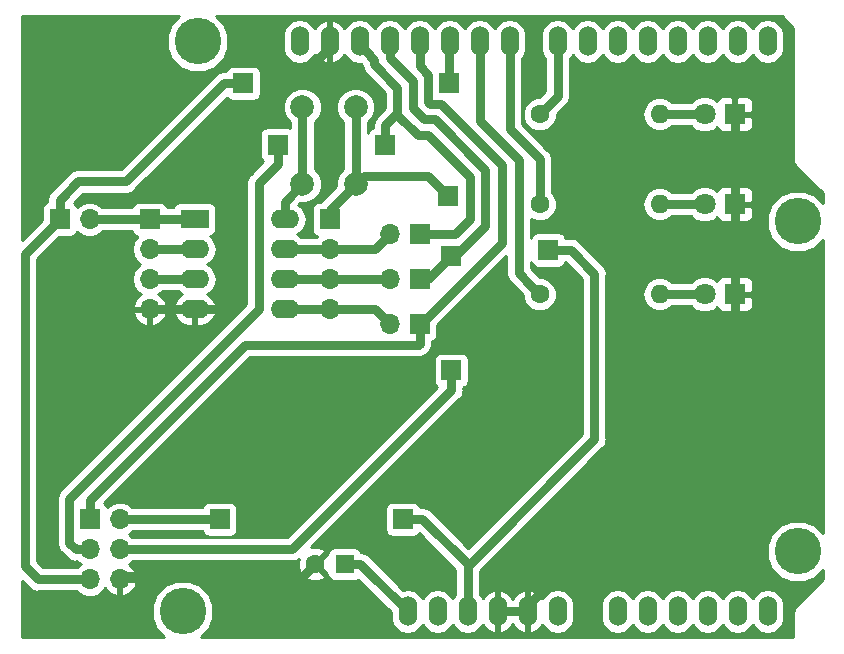
<source format=gbr>
G04 #@! TF.GenerationSoftware,KiCad,Pcbnew,(5.0.0)*
G04 #@! TF.CreationDate,2018-10-02T09:48:17+02:00*
G04 #@! TF.ProjectId,ATtiny85_Arduino_programmer,415474696E7938355F41726475696E6F,rev?*
G04 #@! TF.SameCoordinates,Original*
G04 #@! TF.FileFunction,Copper,L1,Top,Signal*
G04 #@! TF.FilePolarity,Positive*
%FSLAX46Y46*%
G04 Gerber Fmt 4.6, Leading zero omitted, Abs format (unit mm)*
G04 Created by KiCad (PCBNEW (5.0.0)) date 10/02/18 09:48:17*
%MOMM*%
%LPD*%
G01*
G04 APERTURE LIST*
G04 #@! TA.AperFunction,ComponentPad*
%ADD10O,1.524000X2.540000*%
G04 #@! TD*
G04 #@! TA.AperFunction,ComponentPad*
%ADD11C,3.937000*%
G04 #@! TD*
G04 #@! TA.AperFunction,ComponentPad*
%ADD12C,1.600000*%
G04 #@! TD*
G04 #@! TA.AperFunction,ComponentPad*
%ADD13R,1.600000X1.600000*%
G04 #@! TD*
G04 #@! TA.AperFunction,ComponentPad*
%ADD14C,1.800000*%
G04 #@! TD*
G04 #@! TA.AperFunction,ComponentPad*
%ADD15R,1.800000X1.800000*%
G04 #@! TD*
G04 #@! TA.AperFunction,ComponentPad*
%ADD16O,1.700000X1.700000*%
G04 #@! TD*
G04 #@! TA.AperFunction,ComponentPad*
%ADD17R,1.700000X1.700000*%
G04 #@! TD*
G04 #@! TA.AperFunction,ComponentPad*
%ADD18O,1.600000X1.600000*%
G04 #@! TD*
G04 #@! TA.AperFunction,ComponentPad*
%ADD19C,2.000000*%
G04 #@! TD*
G04 #@! TA.AperFunction,ComponentPad*
%ADD20O,2.400000X1.600000*%
G04 #@! TD*
G04 #@! TA.AperFunction,ComponentPad*
%ADD21R,2.400000X1.600000*%
G04 #@! TD*
G04 #@! TA.AperFunction,ViaPad*
%ADD22C,0.800000*%
G04 #@! TD*
G04 #@! TA.AperFunction,Conductor*
%ADD23C,0.800000*%
G04 #@! TD*
G04 #@! TA.AperFunction,Conductor*
%ADD24C,0.254000*%
G04 #@! TD*
G04 APERTURE END LIST*
D10*
G04 #@! TO.P,SHIELD1,AD5*
G04 #@! TO.N,Net-(SHIELD1-PadAD5)*
X189480000Y-96710501D03*
G04 #@! TO.P,SHIELD1,AD4*
G04 #@! TO.N,Net-(SHIELD1-PadAD4)*
X186940000Y-96710501D03*
G04 #@! TO.P,SHIELD1,AD3*
G04 #@! TO.N,Net-(SHIELD1-PadAD3)*
X184400000Y-96710501D03*
G04 #@! TO.P,SHIELD1,AD0*
G04 #@! TO.N,Net-(SHIELD1-PadAD0)*
X176780000Y-96710501D03*
G04 #@! TO.P,SHIELD1,AD1*
G04 #@! TO.N,Net-(SHIELD1-PadAD1)*
X179320000Y-96710501D03*
G04 #@! TO.P,SHIELD1,AD2*
G04 #@! TO.N,Net-(SHIELD1-PadAD2)*
X181860000Y-96710501D03*
G04 #@! TO.P,SHIELD1,V_IN*
G04 #@! TO.N,Net-(SHIELD1-PadV_IN)*
X171700000Y-96710501D03*
G04 #@! TO.P,SHIELD1,GND2*
G04 #@! TO.N,GND*
X169160000Y-96710501D03*
G04 #@! TO.P,SHIELD1,GND1*
X166620000Y-96710501D03*
G04 #@! TO.P,SHIELD1,3V3*
G04 #@! TO.N,Net-(SHIELD1-Pad3V3)*
X161540000Y-96710501D03*
G04 #@! TO.P,SHIELD1,RST*
G04 #@! TO.N,Net-(C1-Pad1)*
X159000000Y-96710501D03*
G04 #@! TO.P,SHIELD1,0*
G04 #@! TO.N,Net-(SHIELD1-Pad0)*
X189480000Y-48450501D03*
G04 #@! TO.P,SHIELD1,1*
G04 #@! TO.N,Net-(SHIELD1-Pad1)*
X186940000Y-48450501D03*
G04 #@! TO.P,SHIELD1,2*
G04 #@! TO.N,Net-(SHIELD1-Pad2)*
X184400000Y-48450501D03*
G04 #@! TO.P,SHIELD1,3*
G04 #@! TO.N,Net-(SHIELD1-Pad3)*
X181860000Y-48450501D03*
G04 #@! TO.P,SHIELD1,4*
G04 #@! TO.N,Net-(SHIELD1-Pad4)*
X179320000Y-48450501D03*
G04 #@! TO.P,SHIELD1,5*
G04 #@! TO.N,Net-(SHIELD1-Pad5)*
X176780000Y-48450501D03*
G04 #@! TO.P,SHIELD1,6*
G04 #@! TO.N,Net-(SHIELD1-Pad6)*
X174240000Y-48450501D03*
G04 #@! TO.P,SHIELD1,7*
G04 #@! TO.N,7*
X171700000Y-48450501D03*
G04 #@! TO.P,SHIELD1,8*
G04 #@! TO.N,8*
X167636000Y-48450501D03*
G04 #@! TO.P,SHIELD1,9*
G04 #@! TO.N,9*
X165096000Y-48450501D03*
G04 #@! TO.P,SHIELD1,10*
G04 #@! TO.N,10*
X162556000Y-48450501D03*
G04 #@! TO.P,SHIELD1,11*
G04 #@! TO.N,11*
X160016000Y-48450501D03*
G04 #@! TO.P,SHIELD1,12*
G04 #@! TO.N,12*
X157476000Y-48450501D03*
G04 #@! TO.P,SHIELD1,13*
G04 #@! TO.N,13*
X154936000Y-48450501D03*
G04 #@! TO.P,SHIELD1,GND3*
G04 #@! TO.N,GND*
X152396000Y-48450501D03*
G04 #@! TO.P,SHIELD1,AREF*
G04 #@! TO.N,Net-(SHIELD1-PadAREF)*
X149856000Y-48450501D03*
G04 #@! TO.P,SHIELD1,5V*
G04 #@! TO.N,5V*
X164080000Y-96710501D03*
D11*
G04 #@! TO.P,SHIELD1,*
G04 #@! TO.N,*
X192020000Y-91630501D03*
X192020000Y-63690501D03*
X141220000Y-48450501D03*
X139950000Y-96710501D03*
G04 #@! TD*
D12*
G04 #@! TO.P,C1,2*
G04 #@! TO.N,GND*
X151170000Y-92710000D03*
D13*
G04 #@! TO.P,C1,1*
G04 #@! TO.N,Net-(C1-Pad1)*
X153670000Y-92710000D03*
G04 #@! TD*
D14*
G04 #@! TO.P,D1,2*
G04 #@! TO.N,Net-(D1-Pad2)*
X184150000Y-54610000D03*
D15*
G04 #@! TO.P,D1,1*
G04 #@! TO.N,GND*
X186690000Y-54610000D03*
G04 #@! TD*
G04 #@! TO.P,D2,1*
G04 #@! TO.N,GND*
X186690000Y-62230000D03*
D14*
G04 #@! TO.P,D2,2*
G04 #@! TO.N,Net-(D2-Pad2)*
X184150000Y-62230000D03*
G04 #@! TD*
G04 #@! TO.P,D3,2*
G04 #@! TO.N,Net-(D3-Pad2)*
X184150000Y-69850000D03*
D15*
G04 #@! TO.P,D3,1*
G04 #@! TO.N,GND*
X186690000Y-69850000D03*
G04 #@! TD*
D16*
G04 #@! TO.P,J1,4*
G04 #@! TO.N,GND*
X134640000Y-93980000D03*
G04 #@! TO.P,J1,3*
G04 #@! TO.N,10*
X132100000Y-93980000D03*
G04 #@! TO.P,J1,5*
G04 #@! TO.N,12*
X134640000Y-91440000D03*
G04 #@! TO.P,J1,2*
G04 #@! TO.N,13*
X132100000Y-91440000D03*
G04 #@! TO.P,J1,6*
G04 #@! TO.N,5V*
X134640000Y-88900000D03*
D17*
G04 #@! TO.P,J1,1*
G04 #@! TO.N,11*
X132100000Y-88900000D03*
G04 #@! TD*
G04 #@! TO.P,J2,1*
G04 #@! TO.N,AT1*
X137160000Y-63500000D03*
D16*
G04 #@! TO.P,J2,2*
G04 #@! TO.N,AT2*
X137160000Y-66040000D03*
G04 #@! TO.P,J2,3*
G04 #@! TO.N,AT3*
X137160000Y-68580000D03*
G04 #@! TO.P,J2,4*
G04 #@! TO.N,GND*
X137160000Y-71120000D03*
G04 #@! TD*
G04 #@! TO.P,J3,4*
G04 #@! TO.N,AT5*
X152400000Y-71120000D03*
G04 #@! TO.P,J3,3*
G04 #@! TO.N,AT6*
X152400000Y-68580000D03*
G04 #@! TO.P,J3,2*
G04 #@! TO.N,AT7*
X152400000Y-66040000D03*
D17*
G04 #@! TO.P,J3,1*
G04 #@! TO.N,5V*
X152400000Y-63500000D03*
G04 #@! TD*
D16*
G04 #@! TO.P,JP1,2*
G04 #@! TO.N,AT1*
X132080000Y-63500000D03*
D17*
G04 #@! TO.P,JP1,1*
G04 #@! TO.N,10*
X129540000Y-63500000D03*
G04 #@! TD*
G04 #@! TO.P,JP2,1*
G04 #@! TO.N,11*
X160020000Y-72390000D03*
D16*
G04 #@! TO.P,JP2,2*
G04 #@! TO.N,AT5*
X157480000Y-72390000D03*
G04 #@! TD*
G04 #@! TO.P,JP3,2*
G04 #@! TO.N,AT6*
X157480000Y-68580000D03*
D17*
G04 #@! TO.P,JP3,1*
G04 #@! TO.N,12*
X160020000Y-68580000D03*
G04 #@! TD*
G04 #@! TO.P,JP4,1*
G04 #@! TO.N,13*
X160020000Y-64770000D03*
D16*
G04 #@! TO.P,JP4,2*
G04 #@! TO.N,AT7*
X157480000Y-64770000D03*
G04 #@! TD*
D18*
G04 #@! TO.P,R1,2*
G04 #@! TO.N,Net-(D1-Pad2)*
X180340000Y-54610000D03*
D12*
G04 #@! TO.P,R1,1*
G04 #@! TO.N,7*
X170180000Y-54610000D03*
G04 #@! TD*
G04 #@! TO.P,R2,1*
G04 #@! TO.N,8*
X170180000Y-62230000D03*
D18*
G04 #@! TO.P,R2,2*
G04 #@! TO.N,Net-(D2-Pad2)*
X180340000Y-62230000D03*
G04 #@! TD*
G04 #@! TO.P,R3,2*
G04 #@! TO.N,Net-(D3-Pad2)*
X180340000Y-69850000D03*
D12*
G04 #@! TO.P,R3,1*
G04 #@! TO.N,9*
X170180000Y-69850000D03*
G04 #@! TD*
D19*
G04 #@! TO.P,SW1,1*
G04 #@! TO.N,5V*
X154600000Y-60500000D03*
G04 #@! TO.P,SW1,2*
G04 #@! TO.N,Net-(SW1-Pad2)*
X150100000Y-60500000D03*
G04 #@! TO.P,SW1,1*
G04 #@! TO.N,5V*
X154600000Y-54000000D03*
G04 #@! TO.P,SW1,2*
G04 #@! TO.N,Net-(SW1-Pad2)*
X150100000Y-54000000D03*
G04 #@! TD*
D20*
G04 #@! TO.P,U1,8*
G04 #@! TO.N,Net-(SW1-Pad2)*
X148590000Y-63500000D03*
G04 #@! TO.P,U1,4*
G04 #@! TO.N,GND*
X140970000Y-71120000D03*
G04 #@! TO.P,U1,7*
G04 #@! TO.N,AT7*
X148590000Y-66040000D03*
G04 #@! TO.P,U1,3*
G04 #@! TO.N,AT3*
X140970000Y-68580000D03*
G04 #@! TO.P,U1,6*
G04 #@! TO.N,AT6*
X148590000Y-68580000D03*
G04 #@! TO.P,U1,2*
G04 #@! TO.N,AT2*
X140970000Y-66040000D03*
G04 #@! TO.P,U1,5*
G04 #@! TO.N,AT5*
X148590000Y-71120000D03*
D21*
G04 #@! TO.P,U1,1*
G04 #@! TO.N,AT1*
X140970000Y-63500000D03*
G04 #@! TD*
D17*
G04 #@! TO.P,REF\002A\002A,1*
G04 #@! TO.N,10*
X162500000Y-52000000D03*
G04 #@! TD*
G04 #@! TO.P,REF\002A\002A,1*
G04 #@! TO.N,10*
X145100000Y-52000000D03*
G04 #@! TD*
G04 #@! TO.P,REF\002A\002A,1*
G04 #@! TO.N,5V*
X143100000Y-88900000D03*
G04 #@! TD*
G04 #@! TO.P,REF\002A\002A,1*
G04 #@! TO.N,5V*
X158600000Y-88900000D03*
G04 #@! TD*
G04 #@! TO.P,REF\002A\002A,1*
G04 #@! TO.N,12*
X162700000Y-76300000D03*
G04 #@! TD*
G04 #@! TO.P,REF\002A\002A,1*
G04 #@! TO.N,5V*
X162400000Y-61500000D03*
G04 #@! TD*
G04 #@! TO.P,REF\002A\002A,1*
G04 #@! TO.N,5V*
X170900000Y-66100000D03*
G04 #@! TD*
G04 #@! TO.P,REF\002A\002A,1*
G04 #@! TO.N,12*
X162700000Y-66600000D03*
G04 #@! TD*
G04 #@! TO.P,REF\002A\002A,1*
G04 #@! TO.N,13*
X157100000Y-57200000D03*
G04 #@! TD*
G04 #@! TO.P,REF\002A\002A,1*
G04 #@! TO.N,13*
X148000000Y-57200000D03*
G04 #@! TD*
D22*
G04 #@! TO.N,5V*
X152400000Y-63500000D03*
G04 #@! TD*
D23*
G04 #@! TO.N,GND*
X186690000Y-54610000D02*
X186690000Y-69850000D01*
X137160000Y-71120000D02*
X140970000Y-71120000D01*
X166620000Y-96710501D02*
X169160000Y-96710501D01*
X186690000Y-71550000D02*
X186690000Y-69850000D01*
X186690000Y-78672501D02*
X186690000Y-71550000D01*
X169160000Y-96202501D02*
X186690000Y-78672501D01*
X169160000Y-96710501D02*
X169160000Y-96202501D01*
X150180000Y-93700000D02*
X151170000Y-92710000D01*
X134640000Y-93980000D02*
X134920000Y-93700000D01*
X134920000Y-93700000D02*
X150180000Y-93700000D01*
X152396000Y-48958501D02*
X152396000Y-48450501D01*
X143200000Y-58154501D02*
X152396000Y-48958501D01*
X143200000Y-70890000D02*
X143200000Y-58154501D01*
X140970000Y-71120000D02*
X142970000Y-71120000D01*
X142970000Y-71120000D02*
X143200000Y-70890000D01*
G04 #@! TO.N,Net-(C1-Pad1)*
X154999499Y-92710000D02*
X159000000Y-96710501D01*
X153670000Y-92710000D02*
X154999499Y-92710000D01*
G04 #@! TO.N,Net-(D1-Pad2)*
X180340000Y-54610000D02*
X184150000Y-54610000D01*
G04 #@! TO.N,Net-(D2-Pad2)*
X180340000Y-62230000D02*
X184150000Y-62230000D01*
G04 #@! TO.N,Net-(D3-Pad2)*
X184150000Y-69850000D02*
X180340000Y-69850000D01*
G04 #@! TO.N,5V*
X164080000Y-92730000D02*
X164080000Y-94640501D01*
X160250000Y-88900000D02*
X164080000Y-92730000D01*
X158600000Y-88900000D02*
X160250000Y-88900000D01*
X152400000Y-62700000D02*
X154600000Y-60500000D01*
X152400000Y-63500000D02*
X152400000Y-62700000D01*
X154600000Y-54000000D02*
X154600000Y-60500000D01*
X135842081Y-88900000D02*
X143100000Y-88900000D01*
X134640000Y-88900000D02*
X135842081Y-88900000D01*
X164080000Y-94640501D02*
X164080000Y-96710501D01*
X160700000Y-59800000D02*
X162400000Y-61500000D01*
X154600000Y-60500000D02*
X155300000Y-59800000D01*
X155300000Y-59800000D02*
X160700000Y-59800000D01*
X164080000Y-92820000D02*
X164080000Y-96710501D01*
X174800000Y-82100000D02*
X164080000Y-92820000D01*
X174800000Y-68100000D02*
X174800000Y-82100000D01*
X170900000Y-66100000D02*
X172800000Y-66100000D01*
X172800000Y-66100000D02*
X174800000Y-68100000D01*
G04 #@! TO.N,12*
X160720000Y-68580000D02*
X162700000Y-66600000D01*
X160020000Y-68580000D02*
X160720000Y-68580000D01*
X135842081Y-91440000D02*
X134640000Y-91440000D01*
X149210000Y-91440000D02*
X135842081Y-91440000D01*
X162700000Y-77950000D02*
X149210000Y-91440000D01*
X162700000Y-76300000D02*
X162700000Y-77950000D01*
X157476000Y-48450501D02*
X157476000Y-49837508D01*
X165600011Y-59346019D02*
X165600011Y-64038482D01*
X160391515Y-55050011D02*
X161304004Y-55050012D01*
X161304004Y-55050012D02*
X165600011Y-59346019D01*
X165600011Y-64038482D02*
X163038491Y-66600000D01*
X157476000Y-49837508D02*
X159449988Y-51811495D01*
X163038491Y-66600000D02*
X162700000Y-66600000D01*
X159449988Y-51811495D02*
X159449988Y-54108484D01*
X159449988Y-54108484D02*
X160391515Y-55050011D01*
G04 #@! TO.N,10*
X162556000Y-47942501D02*
X162556000Y-48450501D01*
X162500000Y-48506501D02*
X162556000Y-48450501D01*
X162500000Y-52000000D02*
X162500000Y-48506501D01*
X127680000Y-93980000D02*
X132100000Y-93980000D01*
X126600010Y-92900010D02*
X127680000Y-93980000D01*
X129540000Y-63500000D02*
X126600010Y-66439990D01*
X126600010Y-66439990D02*
X126600010Y-92900010D01*
X143450000Y-52000000D02*
X145100000Y-52000000D01*
X135150000Y-60300000D02*
X143450000Y-52000000D01*
X131090000Y-60300000D02*
X135150000Y-60300000D01*
X129540000Y-63500000D02*
X129540000Y-61850000D01*
X129540000Y-61850000D02*
X131090000Y-60300000D01*
G04 #@! TO.N,13*
X164300000Y-63500000D02*
X163030000Y-64770000D01*
X164300000Y-59884501D02*
X164300000Y-63500000D01*
X160765522Y-56350023D02*
X164300000Y-59884501D01*
X158149977Y-54646965D02*
X159853035Y-56350023D01*
X163030000Y-64770000D02*
X160020000Y-64770000D01*
X155813990Y-49646928D02*
X156175990Y-50008928D01*
X154936000Y-48736000D02*
X155813990Y-49613990D01*
X155813990Y-49613990D02*
X155813990Y-49646928D01*
X159853035Y-56350023D02*
X160765522Y-56350023D01*
X156175990Y-50375989D02*
X158149977Y-52349976D01*
X154936000Y-48450501D02*
X154936000Y-48736000D01*
X156175990Y-50008928D02*
X156175990Y-50375989D01*
X158149977Y-54500023D02*
X158149977Y-53400000D01*
X157100000Y-55550000D02*
X158149977Y-54500023D01*
X157100000Y-57200000D02*
X157100000Y-55550000D01*
X158149977Y-52349976D02*
X158149977Y-53400000D01*
X158149977Y-53400000D02*
X158149977Y-54646965D01*
X130897919Y-91440000D02*
X132100000Y-91440000D01*
X148000000Y-57200000D02*
X148000000Y-58850000D01*
X146400000Y-60450000D02*
X146400000Y-71111509D01*
X148000000Y-58850000D02*
X146400000Y-60450000D01*
X146400000Y-71111509D02*
X130349999Y-87161510D01*
X130349999Y-87161510D02*
X130349999Y-90892080D01*
X130349999Y-90892080D02*
X130897919Y-91440000D01*
G04 #@! TO.N,11*
X160020000Y-74040000D02*
X160020000Y-72390000D01*
X159919999Y-74140001D02*
X160020000Y-74040000D01*
X145209999Y-74140001D02*
X159919999Y-74140001D01*
X132100000Y-87250000D02*
X145209999Y-74140001D01*
X132100000Y-88900000D02*
X132100000Y-87250000D01*
X160110000Y-72390000D02*
X160020000Y-72390000D01*
X167000000Y-58907515D02*
X167000000Y-65500000D01*
X160016000Y-50520501D02*
X160749999Y-51254500D01*
X160016000Y-48450501D02*
X160016000Y-50520501D01*
X160749999Y-51254500D02*
X160749999Y-53570001D01*
X160749999Y-53570001D02*
X160929999Y-53750001D01*
X167000000Y-65500000D02*
X160110000Y-72390000D01*
X160929999Y-53750001D02*
X161842486Y-53750001D01*
X161842486Y-53750001D02*
X167000000Y-58907515D01*
G04 #@! TO.N,AT1*
X132080000Y-63500000D02*
X137160000Y-63500000D01*
X137160000Y-63500000D02*
X140970000Y-63500000D01*
G04 #@! TO.N,AT2*
X137160000Y-66040000D02*
X140970000Y-66040000D01*
G04 #@! TO.N,AT3*
X137160000Y-68580000D02*
X140970000Y-68580000D01*
G04 #@! TO.N,AT5*
X148590000Y-71120000D02*
X152400000Y-71120000D01*
X156210000Y-71120000D02*
X157480000Y-72390000D01*
X152400000Y-71120000D02*
X156210000Y-71120000D01*
G04 #@! TO.N,AT6*
X148590000Y-68580000D02*
X152400000Y-68580000D01*
X152400000Y-68580000D02*
X157480000Y-68580000D01*
G04 #@! TO.N,AT7*
X148590000Y-66040000D02*
X152400000Y-66040000D01*
X156210000Y-66040000D02*
X157480000Y-64770000D01*
X152400000Y-66040000D02*
X156210000Y-66040000D01*
G04 #@! TO.N,7*
X171700000Y-53090000D02*
X170180000Y-54610000D01*
X171700000Y-48450501D02*
X171700000Y-53090000D01*
G04 #@! TO.N,8*
X170180000Y-58410530D02*
X170180000Y-61098630D01*
X167636000Y-55866530D02*
X170180000Y-58410530D01*
X170180000Y-61098630D02*
X170180000Y-62230000D01*
X167636000Y-48450501D02*
X167636000Y-55866530D01*
G04 #@! TO.N,9*
X168400000Y-68070000D02*
X169380001Y-69050001D01*
X169380001Y-69050001D02*
X170180000Y-69850000D01*
X165096000Y-48450501D02*
X165096000Y-55165022D01*
X168400000Y-58469022D02*
X168400000Y-68070000D01*
X165096000Y-55165022D02*
X168400000Y-58469022D01*
G04 #@! TO.N,Net-(SW1-Pad2)*
X148590000Y-62010000D02*
X150100000Y-60500000D01*
X148590000Y-63500000D02*
X148590000Y-62010000D01*
X150100000Y-54000000D02*
X150100000Y-60500000D01*
G04 #@! TD*
D24*
G04 #@! TO.N,GND*
G36*
X139012859Y-46975736D02*
X138616500Y-47932633D01*
X138616500Y-48968369D01*
X139012859Y-49925266D01*
X139745235Y-50657642D01*
X140702132Y-51054001D01*
X141737868Y-51054001D01*
X142694765Y-50657642D01*
X143427141Y-49925266D01*
X143823500Y-48968369D01*
X143823500Y-47932633D01*
X143770598Y-47804914D01*
X148459000Y-47804914D01*
X148459000Y-49096089D01*
X148540056Y-49503583D01*
X148848821Y-49965681D01*
X149310919Y-50274445D01*
X149856000Y-50382869D01*
X150401082Y-50274445D01*
X150863180Y-49965681D01*
X151137580Y-49555012D01*
X151153941Y-49610442D01*
X151497974Y-50036131D01*
X151978723Y-50297761D01*
X152052930Y-50312721D01*
X152269000Y-50190221D01*
X152269000Y-48577501D01*
X152249000Y-48577501D01*
X152249000Y-48323501D01*
X152269000Y-48323501D01*
X152269000Y-46710781D01*
X152052930Y-46588281D01*
X151978723Y-46603241D01*
X151497974Y-46864871D01*
X151153941Y-47290560D01*
X151137580Y-47345990D01*
X150863179Y-46935321D01*
X150401081Y-46626557D01*
X149856000Y-46518133D01*
X149310918Y-46626557D01*
X148848820Y-46935322D01*
X148540056Y-47397420D01*
X148459000Y-47804914D01*
X143770598Y-47804914D01*
X143427141Y-46975736D01*
X142786405Y-46335000D01*
X190695554Y-46335000D01*
X191665001Y-47304448D01*
X191665000Y-58427616D01*
X191650602Y-58500000D01*
X191665000Y-58572384D01*
X191665000Y-58572387D01*
X191707646Y-58786782D01*
X191870095Y-59029905D01*
X191931465Y-59070911D01*
X194165001Y-61304448D01*
X194165001Y-62153596D01*
X193494765Y-61483360D01*
X192537868Y-61087001D01*
X191502132Y-61087001D01*
X190545235Y-61483360D01*
X189812859Y-62215736D01*
X189416500Y-63172633D01*
X189416500Y-64208369D01*
X189812859Y-65165266D01*
X190545235Y-65897642D01*
X191502132Y-66294001D01*
X192537868Y-66294001D01*
X193494765Y-65897642D01*
X194165001Y-65227406D01*
X194165000Y-90093595D01*
X193494765Y-89423360D01*
X192537868Y-89027001D01*
X191502132Y-89027001D01*
X190545235Y-89423360D01*
X189812859Y-90155736D01*
X189416500Y-91112633D01*
X189416500Y-92148369D01*
X189812859Y-93105266D01*
X190545235Y-93837642D01*
X191502132Y-94234001D01*
X192537868Y-94234001D01*
X193494765Y-93837642D01*
X194165000Y-93167407D01*
X194165000Y-93995553D01*
X191931463Y-96229091D01*
X191870096Y-96270095D01*
X191829092Y-96331462D01*
X191829091Y-96331463D01*
X191707646Y-96513218D01*
X191650602Y-96800000D01*
X191665001Y-96872389D01*
X191665000Y-98865000D01*
X141477407Y-98865000D01*
X142157141Y-98185266D01*
X142553500Y-97228369D01*
X142553500Y-96192633D01*
X142157141Y-95235736D01*
X141424765Y-94503360D01*
X140467868Y-94107001D01*
X139432132Y-94107001D01*
X138475235Y-94503360D01*
X137742859Y-95235736D01*
X137346500Y-96192633D01*
X137346500Y-97228369D01*
X137742859Y-98185266D01*
X138422593Y-98865000D01*
X126335000Y-98865000D01*
X126335000Y-94098710D01*
X126876065Y-94639776D01*
X126933807Y-94726193D01*
X127020223Y-94783934D01*
X127276163Y-94954948D01*
X127680000Y-95035276D01*
X127781934Y-95015000D01*
X131005571Y-95015000D01*
X131029375Y-95050625D01*
X131520582Y-95378839D01*
X131953744Y-95465000D01*
X132246256Y-95465000D01*
X132679418Y-95378839D01*
X133170625Y-95050625D01*
X133371353Y-94750214D01*
X133758642Y-95175183D01*
X134283108Y-95421486D01*
X134513000Y-95300819D01*
X134513000Y-94107000D01*
X134767000Y-94107000D01*
X134767000Y-95300819D01*
X134996892Y-95421486D01*
X135521358Y-95175183D01*
X135911645Y-94746924D01*
X136081476Y-94336890D01*
X135960155Y-94107000D01*
X134767000Y-94107000D01*
X134513000Y-94107000D01*
X134493000Y-94107000D01*
X134493000Y-93853000D01*
X134513000Y-93853000D01*
X134513000Y-93833000D01*
X134767000Y-93833000D01*
X134767000Y-93853000D01*
X135960155Y-93853000D01*
X136031533Y-93717745D01*
X150341861Y-93717745D01*
X150415995Y-93963864D01*
X150953223Y-94156965D01*
X151523454Y-94129778D01*
X151924005Y-93963864D01*
X151998139Y-93717745D01*
X151170000Y-92889605D01*
X150341861Y-93717745D01*
X136031533Y-93717745D01*
X136081476Y-93623110D01*
X135911645Y-93213076D01*
X135521358Y-92784817D01*
X135391522Y-92723843D01*
X135710625Y-92510625D01*
X135734429Y-92475000D01*
X149108066Y-92475000D01*
X149210000Y-92495276D01*
X149311934Y-92475000D01*
X149311935Y-92475000D01*
X149613837Y-92414948D01*
X149794579Y-92294180D01*
X149723035Y-92493223D01*
X149750222Y-93063454D01*
X149916136Y-93464005D01*
X150162255Y-93538139D01*
X150990395Y-92710000D01*
X150976252Y-92695858D01*
X151155858Y-92516252D01*
X151170000Y-92530395D01*
X151998139Y-91702255D01*
X151924005Y-91456136D01*
X151386777Y-91263035D01*
X150823836Y-91289874D01*
X163359776Y-78753935D01*
X163446193Y-78696193D01*
X163674948Y-78353837D01*
X163735000Y-78051935D01*
X163755276Y-77950000D01*
X163735000Y-77848066D01*
X163735000Y-77760642D01*
X163797765Y-77748157D01*
X164007809Y-77607809D01*
X164148157Y-77397765D01*
X164197440Y-77150000D01*
X164197440Y-75450000D01*
X164148157Y-75202235D01*
X164007809Y-74992191D01*
X163797765Y-74851843D01*
X163550000Y-74802560D01*
X161850000Y-74802560D01*
X161602235Y-74851843D01*
X161392191Y-74992191D01*
X161251843Y-75202235D01*
X161202560Y-75450000D01*
X161202560Y-77150000D01*
X161251843Y-77397765D01*
X161392191Y-77607809D01*
X161503863Y-77682426D01*
X148781290Y-90405000D01*
X135734429Y-90405000D01*
X135710625Y-90369375D01*
X135412239Y-90170000D01*
X135710625Y-89970625D01*
X135734429Y-89935000D01*
X141639358Y-89935000D01*
X141651843Y-89997765D01*
X141792191Y-90207809D01*
X142002235Y-90348157D01*
X142250000Y-90397440D01*
X143950000Y-90397440D01*
X144197765Y-90348157D01*
X144407809Y-90207809D01*
X144548157Y-89997765D01*
X144597440Y-89750000D01*
X144597440Y-88050000D01*
X144548157Y-87802235D01*
X144407809Y-87592191D01*
X144197765Y-87451843D01*
X143950000Y-87402560D01*
X142250000Y-87402560D01*
X142002235Y-87451843D01*
X141792191Y-87592191D01*
X141651843Y-87802235D01*
X141639358Y-87865000D01*
X135734429Y-87865000D01*
X135710625Y-87829375D01*
X135219418Y-87501161D01*
X134786256Y-87415000D01*
X134493744Y-87415000D01*
X134060582Y-87501161D01*
X133569375Y-87829375D01*
X133557184Y-87847619D01*
X133548157Y-87802235D01*
X133407809Y-87592191D01*
X133296137Y-87517573D01*
X145638710Y-75175001D01*
X159818065Y-75175001D01*
X159919999Y-75195277D01*
X160021933Y-75175001D01*
X160021934Y-75175001D01*
X160323836Y-75114949D01*
X160666192Y-74886194D01*
X160706247Y-74826248D01*
X160766193Y-74786193D01*
X160994948Y-74443837D01*
X161055000Y-74141935D01*
X161055000Y-74141934D01*
X161075276Y-74040000D01*
X161055000Y-73938066D01*
X161055000Y-73850642D01*
X161117765Y-73838157D01*
X161327809Y-73697809D01*
X161468157Y-73487765D01*
X161517440Y-73240000D01*
X161517440Y-72446270D01*
X167365001Y-66598710D01*
X167365001Y-67968061D01*
X167344724Y-68070000D01*
X167425052Y-68473836D01*
X167475068Y-68548690D01*
X167653808Y-68816193D01*
X167740225Y-68873935D01*
X168720224Y-69853935D01*
X168720227Y-69853937D01*
X168745000Y-69878710D01*
X168745000Y-70135439D01*
X168963466Y-70662862D01*
X169367138Y-71066534D01*
X169894561Y-71285000D01*
X170465439Y-71285000D01*
X170992862Y-71066534D01*
X171396534Y-70662862D01*
X171615000Y-70135439D01*
X171615000Y-69564561D01*
X171396534Y-69037138D01*
X170992862Y-68633466D01*
X170465439Y-68415000D01*
X170208710Y-68415000D01*
X170183937Y-68390227D01*
X170183935Y-68390224D01*
X169435000Y-67641290D01*
X169435000Y-67113089D01*
X169451843Y-67197765D01*
X169592191Y-67407809D01*
X169802235Y-67548157D01*
X170050000Y-67597440D01*
X171750000Y-67597440D01*
X171997765Y-67548157D01*
X172207809Y-67407809D01*
X172348157Y-67197765D01*
X172360642Y-67135000D01*
X172371290Y-67135000D01*
X173765000Y-68528711D01*
X173765001Y-81671288D01*
X164125000Y-91311290D01*
X161053937Y-88240227D01*
X160996193Y-88153807D01*
X160653837Y-87925052D01*
X160351935Y-87865000D01*
X160351934Y-87865000D01*
X160250000Y-87844724D01*
X160148066Y-87865000D01*
X160060642Y-87865000D01*
X160048157Y-87802235D01*
X159907809Y-87592191D01*
X159697765Y-87451843D01*
X159450000Y-87402560D01*
X157750000Y-87402560D01*
X157502235Y-87451843D01*
X157292191Y-87592191D01*
X157151843Y-87802235D01*
X157102560Y-88050000D01*
X157102560Y-89750000D01*
X157151843Y-89997765D01*
X157292191Y-90207809D01*
X157502235Y-90348157D01*
X157750000Y-90397440D01*
X159450000Y-90397440D01*
X159697765Y-90348157D01*
X159907809Y-90207809D01*
X159982427Y-90096137D01*
X163045000Y-93158711D01*
X163045000Y-95236957D01*
X162810000Y-95588660D01*
X162547179Y-95195321D01*
X162085081Y-94886557D01*
X161540000Y-94778133D01*
X160994918Y-94886557D01*
X160532820Y-95195322D01*
X160270000Y-95588660D01*
X160007179Y-95195321D01*
X159545081Y-94886557D01*
X159000000Y-94778133D01*
X158609098Y-94855889D01*
X155803436Y-92050227D01*
X155745692Y-91963807D01*
X155403336Y-91735052D01*
X155101434Y-91675000D01*
X155101433Y-91675000D01*
X155069430Y-91668634D01*
X155068157Y-91662235D01*
X154927809Y-91452191D01*
X154717765Y-91311843D01*
X154470000Y-91262560D01*
X152870000Y-91262560D01*
X152622235Y-91311843D01*
X152412191Y-91452191D01*
X152271843Y-91662235D01*
X152225307Y-91896187D01*
X152177745Y-91881861D01*
X151349605Y-92710000D01*
X152177745Y-93538139D01*
X152225307Y-93523813D01*
X152271843Y-93757765D01*
X152412191Y-93967809D01*
X152622235Y-94108157D01*
X152870000Y-94157440D01*
X154470000Y-94157440D01*
X154717765Y-94108157D01*
X154847356Y-94021567D01*
X157603000Y-96777212D01*
X157603000Y-97356089D01*
X157684056Y-97763583D01*
X157992821Y-98225681D01*
X158454919Y-98534445D01*
X159000000Y-98642869D01*
X159545082Y-98534445D01*
X160007180Y-98225681D01*
X160270000Y-97832343D01*
X160532821Y-98225681D01*
X160994919Y-98534445D01*
X161540000Y-98642869D01*
X162085082Y-98534445D01*
X162547180Y-98225681D01*
X162810000Y-97832343D01*
X163072821Y-98225681D01*
X163534919Y-98534445D01*
X164080000Y-98642869D01*
X164625082Y-98534445D01*
X165087180Y-98225681D01*
X165361580Y-97815012D01*
X165377941Y-97870442D01*
X165721974Y-98296131D01*
X166202723Y-98557761D01*
X166276930Y-98572721D01*
X166493000Y-98450221D01*
X166493000Y-96837501D01*
X166747000Y-96837501D01*
X166747000Y-98450221D01*
X166963070Y-98572721D01*
X167037277Y-98557761D01*
X167518026Y-98296131D01*
X167862059Y-97870442D01*
X167890000Y-97775778D01*
X167917941Y-97870442D01*
X168261974Y-98296131D01*
X168742723Y-98557761D01*
X168816930Y-98572721D01*
X169033000Y-98450221D01*
X169033000Y-96837501D01*
X166747000Y-96837501D01*
X166493000Y-96837501D01*
X166473000Y-96837501D01*
X166473000Y-96583501D01*
X166493000Y-96583501D01*
X166493000Y-94970781D01*
X166747000Y-94970781D01*
X166747000Y-96583501D01*
X169033000Y-96583501D01*
X169033000Y-94970781D01*
X169287000Y-94970781D01*
X169287000Y-96583501D01*
X169307000Y-96583501D01*
X169307000Y-96837501D01*
X169287000Y-96837501D01*
X169287000Y-98450221D01*
X169503070Y-98572721D01*
X169577277Y-98557761D01*
X170058026Y-98296131D01*
X170402059Y-97870442D01*
X170418420Y-97815012D01*
X170692821Y-98225681D01*
X171154919Y-98534445D01*
X171700000Y-98642869D01*
X172245082Y-98534445D01*
X172707180Y-98225681D01*
X173015944Y-97763583D01*
X173097000Y-97356089D01*
X173097000Y-96064914D01*
X175383000Y-96064914D01*
X175383000Y-97356089D01*
X175464056Y-97763583D01*
X175772821Y-98225681D01*
X176234919Y-98534445D01*
X176780000Y-98642869D01*
X177325082Y-98534445D01*
X177787180Y-98225681D01*
X178050000Y-97832343D01*
X178312821Y-98225681D01*
X178774919Y-98534445D01*
X179320000Y-98642869D01*
X179865082Y-98534445D01*
X180327180Y-98225681D01*
X180590000Y-97832343D01*
X180852821Y-98225681D01*
X181314919Y-98534445D01*
X181860000Y-98642869D01*
X182405082Y-98534445D01*
X182867180Y-98225681D01*
X183130000Y-97832343D01*
X183392821Y-98225681D01*
X183854919Y-98534445D01*
X184400000Y-98642869D01*
X184945082Y-98534445D01*
X185407180Y-98225681D01*
X185670000Y-97832343D01*
X185932821Y-98225681D01*
X186394919Y-98534445D01*
X186940000Y-98642869D01*
X187485082Y-98534445D01*
X187947180Y-98225681D01*
X188210000Y-97832343D01*
X188472821Y-98225681D01*
X188934919Y-98534445D01*
X189480000Y-98642869D01*
X190025082Y-98534445D01*
X190487180Y-98225681D01*
X190795944Y-97763583D01*
X190877000Y-97356089D01*
X190877000Y-96064913D01*
X190795944Y-95657419D01*
X190487179Y-95195321D01*
X190025081Y-94886557D01*
X189480000Y-94778133D01*
X188934918Y-94886557D01*
X188472820Y-95195322D01*
X188210000Y-95588660D01*
X187947179Y-95195321D01*
X187485081Y-94886557D01*
X186940000Y-94778133D01*
X186394918Y-94886557D01*
X185932820Y-95195322D01*
X185670000Y-95588660D01*
X185407179Y-95195321D01*
X184945081Y-94886557D01*
X184400000Y-94778133D01*
X183854918Y-94886557D01*
X183392820Y-95195322D01*
X183130000Y-95588660D01*
X182867179Y-95195321D01*
X182405081Y-94886557D01*
X181860000Y-94778133D01*
X181314918Y-94886557D01*
X180852820Y-95195322D01*
X180590000Y-95588660D01*
X180327179Y-95195321D01*
X179865081Y-94886557D01*
X179320000Y-94778133D01*
X178774918Y-94886557D01*
X178312820Y-95195322D01*
X178050000Y-95588660D01*
X177787179Y-95195321D01*
X177325081Y-94886557D01*
X176780000Y-94778133D01*
X176234918Y-94886557D01*
X175772820Y-95195322D01*
X175464056Y-95657420D01*
X175383000Y-96064914D01*
X173097000Y-96064914D01*
X173097000Y-96064913D01*
X173015944Y-95657419D01*
X172707179Y-95195321D01*
X172245081Y-94886557D01*
X171700000Y-94778133D01*
X171154918Y-94886557D01*
X170692820Y-95195322D01*
X170418420Y-95605991D01*
X170402059Y-95550560D01*
X170058026Y-95124871D01*
X169577277Y-94863241D01*
X169503070Y-94848281D01*
X169287000Y-94970781D01*
X169033000Y-94970781D01*
X168816930Y-94848281D01*
X168742723Y-94863241D01*
X168261974Y-95124871D01*
X167917941Y-95550560D01*
X167890000Y-95645224D01*
X167862059Y-95550560D01*
X167518026Y-95124871D01*
X167037277Y-94863241D01*
X166963070Y-94848281D01*
X166747000Y-94970781D01*
X166493000Y-94970781D01*
X166276930Y-94848281D01*
X166202723Y-94863241D01*
X165721974Y-95124871D01*
X165377941Y-95550560D01*
X165361580Y-95605990D01*
X165115000Y-95236958D01*
X165115000Y-93248710D01*
X175459776Y-82903935D01*
X175546193Y-82846193D01*
X175774948Y-82503837D01*
X175835000Y-82201935D01*
X175835000Y-82201930D01*
X175855275Y-82100001D01*
X175835000Y-81998071D01*
X175835000Y-69850000D01*
X178876887Y-69850000D01*
X178988260Y-70409909D01*
X179305423Y-70884577D01*
X179780091Y-71201740D01*
X180198667Y-71285000D01*
X180481333Y-71285000D01*
X180899909Y-71201740D01*
X181373944Y-70885000D01*
X183014183Y-70885000D01*
X183280493Y-71151310D01*
X183844670Y-71385000D01*
X184455330Y-71385000D01*
X185019507Y-71151310D01*
X185195861Y-70974956D01*
X185251673Y-71109699D01*
X185430302Y-71288327D01*
X185663691Y-71385000D01*
X186404250Y-71385000D01*
X186563000Y-71226250D01*
X186563000Y-69977000D01*
X186817000Y-69977000D01*
X186817000Y-71226250D01*
X186975750Y-71385000D01*
X187716309Y-71385000D01*
X187949698Y-71288327D01*
X188128327Y-71109699D01*
X188225000Y-70876310D01*
X188225000Y-70135750D01*
X188066250Y-69977000D01*
X186817000Y-69977000D01*
X186563000Y-69977000D01*
X186543000Y-69977000D01*
X186543000Y-69723000D01*
X186563000Y-69723000D01*
X186563000Y-68473750D01*
X186817000Y-68473750D01*
X186817000Y-69723000D01*
X188066250Y-69723000D01*
X188225000Y-69564250D01*
X188225000Y-68823690D01*
X188128327Y-68590301D01*
X187949698Y-68411673D01*
X187716309Y-68315000D01*
X186975750Y-68315000D01*
X186817000Y-68473750D01*
X186563000Y-68473750D01*
X186404250Y-68315000D01*
X185663691Y-68315000D01*
X185430302Y-68411673D01*
X185251673Y-68590301D01*
X185195861Y-68725044D01*
X185019507Y-68548690D01*
X184455330Y-68315000D01*
X183844670Y-68315000D01*
X183280493Y-68548690D01*
X183014183Y-68815000D01*
X181373944Y-68815000D01*
X180899909Y-68498260D01*
X180481333Y-68415000D01*
X180198667Y-68415000D01*
X179780091Y-68498260D01*
X179305423Y-68815423D01*
X178988260Y-69290091D01*
X178876887Y-69850000D01*
X175835000Y-69850000D01*
X175835000Y-68201934D01*
X175855276Y-68099999D01*
X175774948Y-67696163D01*
X175734080Y-67635000D01*
X175546193Y-67353807D01*
X175459776Y-67296065D01*
X173603937Y-65440227D01*
X173546193Y-65353807D01*
X173203837Y-65125052D01*
X172901935Y-65065000D01*
X172901934Y-65065000D01*
X172800000Y-65044724D01*
X172698066Y-65065000D01*
X172360642Y-65065000D01*
X172348157Y-65002235D01*
X172207809Y-64792191D01*
X171997765Y-64651843D01*
X171750000Y-64602560D01*
X170050000Y-64602560D01*
X169802235Y-64651843D01*
X169592191Y-64792191D01*
X169451843Y-65002235D01*
X169435000Y-65086911D01*
X169435000Y-63474643D01*
X169894561Y-63665000D01*
X170465439Y-63665000D01*
X170992862Y-63446534D01*
X171396534Y-63042862D01*
X171615000Y-62515439D01*
X171615000Y-62230000D01*
X178876887Y-62230000D01*
X178988260Y-62789909D01*
X179305423Y-63264577D01*
X179780091Y-63581740D01*
X180198667Y-63665000D01*
X180481333Y-63665000D01*
X180899909Y-63581740D01*
X181373944Y-63265000D01*
X183014183Y-63265000D01*
X183280493Y-63531310D01*
X183844670Y-63765000D01*
X184455330Y-63765000D01*
X185019507Y-63531310D01*
X185195861Y-63354956D01*
X185251673Y-63489699D01*
X185430302Y-63668327D01*
X185663691Y-63765000D01*
X186404250Y-63765000D01*
X186563000Y-63606250D01*
X186563000Y-62357000D01*
X186817000Y-62357000D01*
X186817000Y-63606250D01*
X186975750Y-63765000D01*
X187716309Y-63765000D01*
X187949698Y-63668327D01*
X188128327Y-63489699D01*
X188225000Y-63256310D01*
X188225000Y-62515750D01*
X188066250Y-62357000D01*
X186817000Y-62357000D01*
X186563000Y-62357000D01*
X186543000Y-62357000D01*
X186543000Y-62103000D01*
X186563000Y-62103000D01*
X186563000Y-60853750D01*
X186817000Y-60853750D01*
X186817000Y-62103000D01*
X188066250Y-62103000D01*
X188225000Y-61944250D01*
X188225000Y-61203690D01*
X188128327Y-60970301D01*
X187949698Y-60791673D01*
X187716309Y-60695000D01*
X186975750Y-60695000D01*
X186817000Y-60853750D01*
X186563000Y-60853750D01*
X186404250Y-60695000D01*
X185663691Y-60695000D01*
X185430302Y-60791673D01*
X185251673Y-60970301D01*
X185195861Y-61105044D01*
X185019507Y-60928690D01*
X184455330Y-60695000D01*
X183844670Y-60695000D01*
X183280493Y-60928690D01*
X183014183Y-61195000D01*
X181373944Y-61195000D01*
X180899909Y-60878260D01*
X180481333Y-60795000D01*
X180198667Y-60795000D01*
X179780091Y-60878260D01*
X179305423Y-61195423D01*
X178988260Y-61670091D01*
X178876887Y-62230000D01*
X171615000Y-62230000D01*
X171615000Y-61944561D01*
X171396534Y-61417138D01*
X171215000Y-61235604D01*
X171215000Y-58512464D01*
X171235276Y-58410529D01*
X171154948Y-58006693D01*
X171114523Y-57946193D01*
X170926193Y-57664337D01*
X170839776Y-57606595D01*
X168671000Y-55437820D01*
X168671000Y-54324561D01*
X168745000Y-54324561D01*
X168745000Y-54895439D01*
X168963466Y-55422862D01*
X169367138Y-55826534D01*
X169894561Y-56045000D01*
X170465439Y-56045000D01*
X170992862Y-55826534D01*
X171396534Y-55422862D01*
X171615000Y-54895439D01*
X171615000Y-54638710D01*
X171643710Y-54610000D01*
X178876887Y-54610000D01*
X178988260Y-55169909D01*
X179305423Y-55644577D01*
X179780091Y-55961740D01*
X180198667Y-56045000D01*
X180481333Y-56045000D01*
X180899909Y-55961740D01*
X181373944Y-55645000D01*
X183014183Y-55645000D01*
X183280493Y-55911310D01*
X183844670Y-56145000D01*
X184455330Y-56145000D01*
X185019507Y-55911310D01*
X185195861Y-55734956D01*
X185251673Y-55869699D01*
X185430302Y-56048327D01*
X185663691Y-56145000D01*
X186404250Y-56145000D01*
X186563000Y-55986250D01*
X186563000Y-54737000D01*
X186817000Y-54737000D01*
X186817000Y-55986250D01*
X186975750Y-56145000D01*
X187716309Y-56145000D01*
X187949698Y-56048327D01*
X188128327Y-55869699D01*
X188225000Y-55636310D01*
X188225000Y-54895750D01*
X188066250Y-54737000D01*
X186817000Y-54737000D01*
X186563000Y-54737000D01*
X186543000Y-54737000D01*
X186543000Y-54483000D01*
X186563000Y-54483000D01*
X186563000Y-53233750D01*
X186817000Y-53233750D01*
X186817000Y-54483000D01*
X188066250Y-54483000D01*
X188225000Y-54324250D01*
X188225000Y-53583690D01*
X188128327Y-53350301D01*
X187949698Y-53171673D01*
X187716309Y-53075000D01*
X186975750Y-53075000D01*
X186817000Y-53233750D01*
X186563000Y-53233750D01*
X186404250Y-53075000D01*
X185663691Y-53075000D01*
X185430302Y-53171673D01*
X185251673Y-53350301D01*
X185195861Y-53485044D01*
X185019507Y-53308690D01*
X184455330Y-53075000D01*
X183844670Y-53075000D01*
X183280493Y-53308690D01*
X183014183Y-53575000D01*
X181373944Y-53575000D01*
X180899909Y-53258260D01*
X180481333Y-53175000D01*
X180198667Y-53175000D01*
X179780091Y-53258260D01*
X179305423Y-53575423D01*
X178988260Y-54050091D01*
X178876887Y-54610000D01*
X171643710Y-54610000D01*
X172359776Y-53893935D01*
X172446193Y-53836193D01*
X172674948Y-53493837D01*
X172735000Y-53191935D01*
X172755276Y-53090000D01*
X172735000Y-52988066D01*
X172735000Y-49924045D01*
X172970000Y-49572343D01*
X173232821Y-49965681D01*
X173694919Y-50274445D01*
X174240000Y-50382869D01*
X174785082Y-50274445D01*
X175247180Y-49965681D01*
X175510000Y-49572343D01*
X175772821Y-49965681D01*
X176234919Y-50274445D01*
X176780000Y-50382869D01*
X177325082Y-50274445D01*
X177787180Y-49965681D01*
X178050000Y-49572343D01*
X178312821Y-49965681D01*
X178774919Y-50274445D01*
X179320000Y-50382869D01*
X179865082Y-50274445D01*
X180327180Y-49965681D01*
X180590000Y-49572343D01*
X180852821Y-49965681D01*
X181314919Y-50274445D01*
X181860000Y-50382869D01*
X182405082Y-50274445D01*
X182867180Y-49965681D01*
X183130000Y-49572343D01*
X183392821Y-49965681D01*
X183854919Y-50274445D01*
X184400000Y-50382869D01*
X184945082Y-50274445D01*
X185407180Y-49965681D01*
X185670000Y-49572343D01*
X185932821Y-49965681D01*
X186394919Y-50274445D01*
X186940000Y-50382869D01*
X187485082Y-50274445D01*
X187947180Y-49965681D01*
X188210000Y-49572343D01*
X188472821Y-49965681D01*
X188934919Y-50274445D01*
X189480000Y-50382869D01*
X190025082Y-50274445D01*
X190487180Y-49965681D01*
X190795944Y-49503583D01*
X190877000Y-49096089D01*
X190877000Y-47804913D01*
X190795944Y-47397419D01*
X190487179Y-46935321D01*
X190025081Y-46626557D01*
X189480000Y-46518133D01*
X188934918Y-46626557D01*
X188472820Y-46935322D01*
X188210000Y-47328660D01*
X187947179Y-46935321D01*
X187485081Y-46626557D01*
X186940000Y-46518133D01*
X186394918Y-46626557D01*
X185932820Y-46935322D01*
X185670000Y-47328660D01*
X185407179Y-46935321D01*
X184945081Y-46626557D01*
X184400000Y-46518133D01*
X183854918Y-46626557D01*
X183392820Y-46935322D01*
X183130000Y-47328660D01*
X182867179Y-46935321D01*
X182405081Y-46626557D01*
X181860000Y-46518133D01*
X181314918Y-46626557D01*
X180852820Y-46935322D01*
X180590000Y-47328660D01*
X180327179Y-46935321D01*
X179865081Y-46626557D01*
X179320000Y-46518133D01*
X178774918Y-46626557D01*
X178312820Y-46935322D01*
X178050000Y-47328660D01*
X177787179Y-46935321D01*
X177325081Y-46626557D01*
X176780000Y-46518133D01*
X176234918Y-46626557D01*
X175772820Y-46935322D01*
X175510000Y-47328660D01*
X175247179Y-46935321D01*
X174785081Y-46626557D01*
X174240000Y-46518133D01*
X173694918Y-46626557D01*
X173232820Y-46935322D01*
X172970000Y-47328660D01*
X172707179Y-46935321D01*
X172245081Y-46626557D01*
X171700000Y-46518133D01*
X171154918Y-46626557D01*
X170692820Y-46935322D01*
X170384056Y-47397420D01*
X170303000Y-47804914D01*
X170303000Y-49096089D01*
X170384056Y-49503583D01*
X170665000Y-49924045D01*
X170665001Y-52661288D01*
X170151290Y-53175000D01*
X169894561Y-53175000D01*
X169367138Y-53393466D01*
X168963466Y-53797138D01*
X168745000Y-54324561D01*
X168671000Y-54324561D01*
X168671000Y-49924045D01*
X168951944Y-49503583D01*
X169033000Y-49096089D01*
X169033000Y-47804913D01*
X168951944Y-47397419D01*
X168643179Y-46935321D01*
X168181081Y-46626557D01*
X167636000Y-46518133D01*
X167090918Y-46626557D01*
X166628820Y-46935322D01*
X166366000Y-47328660D01*
X166103179Y-46935321D01*
X165641081Y-46626557D01*
X165096000Y-46518133D01*
X164550918Y-46626557D01*
X164088820Y-46935322D01*
X163826000Y-47328660D01*
X163563179Y-46935321D01*
X163101081Y-46626557D01*
X162556000Y-46518133D01*
X162010918Y-46626557D01*
X161548820Y-46935322D01*
X161286000Y-47328660D01*
X161023179Y-46935321D01*
X160561081Y-46626557D01*
X160016000Y-46518133D01*
X159470918Y-46626557D01*
X159008820Y-46935322D01*
X158746000Y-47328660D01*
X158483179Y-46935321D01*
X158021081Y-46626557D01*
X157476000Y-46518133D01*
X156930918Y-46626557D01*
X156468820Y-46935322D01*
X156206000Y-47328660D01*
X155943179Y-46935321D01*
X155481081Y-46626557D01*
X154936000Y-46518133D01*
X154390918Y-46626557D01*
X153928820Y-46935322D01*
X153654420Y-47345991D01*
X153638059Y-47290560D01*
X153294026Y-46864871D01*
X152813277Y-46603241D01*
X152739070Y-46588281D01*
X152523000Y-46710781D01*
X152523000Y-48323501D01*
X152543000Y-48323501D01*
X152543000Y-48577501D01*
X152523000Y-48577501D01*
X152523000Y-50190221D01*
X152739070Y-50312721D01*
X152813277Y-50297761D01*
X153294026Y-50036131D01*
X153638059Y-49610442D01*
X153654420Y-49555012D01*
X153928821Y-49965681D01*
X154390919Y-50274445D01*
X154936000Y-50382869D01*
X155046288Y-50360931D01*
X155067797Y-50393121D01*
X155132755Y-50436525D01*
X155140990Y-50477923D01*
X155140990Y-50477924D01*
X155201042Y-50779826D01*
X155429798Y-51122182D01*
X155516215Y-51179924D01*
X157114977Y-52778687D01*
X157114978Y-53298062D01*
X157114977Y-53298066D01*
X157114977Y-54071312D01*
X156440225Y-54746065D01*
X156353808Y-54803807D01*
X156296066Y-54890224D01*
X156125052Y-55146164D01*
X156044724Y-55550000D01*
X156065001Y-55651939D01*
X156065001Y-55739358D01*
X156002235Y-55751843D01*
X155792191Y-55892191D01*
X155651843Y-56102235D01*
X155635000Y-56186911D01*
X155635000Y-55277239D01*
X155986086Y-54926153D01*
X156235000Y-54325222D01*
X156235000Y-53674778D01*
X155986086Y-53073847D01*
X155526153Y-52613914D01*
X154925222Y-52365000D01*
X154274778Y-52365000D01*
X153673847Y-52613914D01*
X153213914Y-53073847D01*
X152965000Y-53674778D01*
X152965000Y-54325222D01*
X153213914Y-54926153D01*
X153565000Y-55277239D01*
X153565001Y-59222760D01*
X153213914Y-59573847D01*
X152965000Y-60174778D01*
X152965000Y-60671289D01*
X151740225Y-61896065D01*
X151653808Y-61953807D01*
X151621232Y-62002560D01*
X151550000Y-62002560D01*
X151302235Y-62051843D01*
X151092191Y-62192191D01*
X150951843Y-62402235D01*
X150902560Y-62650000D01*
X150902560Y-64350000D01*
X150951843Y-64597765D01*
X151092191Y-64807809D01*
X151302235Y-64948157D01*
X151347619Y-64957184D01*
X151329375Y-64969375D01*
X151305571Y-65005000D01*
X150023944Y-65005000D01*
X149672242Y-64770000D01*
X150024577Y-64534577D01*
X150341740Y-64059909D01*
X150453113Y-63500000D01*
X150341740Y-62940091D01*
X150024577Y-62465423D01*
X149769035Y-62294675D01*
X149928710Y-62135000D01*
X150425222Y-62135000D01*
X151026153Y-61886086D01*
X151486086Y-61426153D01*
X151735000Y-60825222D01*
X151735000Y-60174778D01*
X151486086Y-59573847D01*
X151135000Y-59222761D01*
X151135000Y-55277239D01*
X151486086Y-54926153D01*
X151735000Y-54325222D01*
X151735000Y-53674778D01*
X151486086Y-53073847D01*
X151026153Y-52613914D01*
X150425222Y-52365000D01*
X149774778Y-52365000D01*
X149173847Y-52613914D01*
X148713914Y-53073847D01*
X148465000Y-53674778D01*
X148465000Y-54325222D01*
X148713914Y-54926153D01*
X149065000Y-55277239D01*
X149065000Y-55745326D01*
X148850000Y-55702560D01*
X147150000Y-55702560D01*
X146902235Y-55751843D01*
X146692191Y-55892191D01*
X146551843Y-56102235D01*
X146502560Y-56350000D01*
X146502560Y-58050000D01*
X146551843Y-58297765D01*
X146692191Y-58507809D01*
X146803863Y-58582426D01*
X145740227Y-59646063D01*
X145653807Y-59703807D01*
X145480760Y-59962791D01*
X145425052Y-60046164D01*
X145344724Y-60450000D01*
X145365000Y-60551934D01*
X145365001Y-70682797D01*
X129690226Y-86357573D01*
X129603806Y-86415317D01*
X129375052Y-86757673D01*
X129375051Y-86757674D01*
X129294723Y-87161510D01*
X129314999Y-87263445D01*
X129315000Y-90790141D01*
X129294723Y-90892080D01*
X129375051Y-91295916D01*
X129375052Y-91295917D01*
X129603807Y-91638273D01*
X129690224Y-91696015D01*
X130093982Y-92099773D01*
X130151726Y-92186193D01*
X130494082Y-92414948D01*
X130897919Y-92495276D01*
X130999853Y-92475000D01*
X131005571Y-92475000D01*
X131029375Y-92510625D01*
X131327761Y-92710000D01*
X131029375Y-92909375D01*
X131005571Y-92945000D01*
X128108711Y-92945000D01*
X127635010Y-92471300D01*
X127635010Y-71476890D01*
X135718524Y-71476890D01*
X135888355Y-71886924D01*
X136278642Y-72315183D01*
X136803108Y-72561486D01*
X137033000Y-72440819D01*
X137033000Y-71247000D01*
X137287000Y-71247000D01*
X137287000Y-72440819D01*
X137516892Y-72561486D01*
X138041358Y-72315183D01*
X138431645Y-71886924D01*
X138601476Y-71476890D01*
X138597333Y-71469039D01*
X139178096Y-71469039D01*
X139195633Y-71551819D01*
X139465500Y-72044896D01*
X139903517Y-72397166D01*
X140443000Y-72555000D01*
X140843000Y-72555000D01*
X140843000Y-71247000D01*
X141097000Y-71247000D01*
X141097000Y-72555000D01*
X141497000Y-72555000D01*
X142036483Y-72397166D01*
X142474500Y-72044896D01*
X142744367Y-71551819D01*
X142761904Y-71469039D01*
X142639915Y-71247000D01*
X141097000Y-71247000D01*
X140843000Y-71247000D01*
X139300085Y-71247000D01*
X139178096Y-71469039D01*
X138597333Y-71469039D01*
X138480155Y-71247000D01*
X137287000Y-71247000D01*
X137033000Y-71247000D01*
X135839845Y-71247000D01*
X135718524Y-71476890D01*
X127635010Y-71476890D01*
X127635010Y-66868700D01*
X129506271Y-64997440D01*
X130390000Y-64997440D01*
X130637765Y-64948157D01*
X130847809Y-64807809D01*
X130988157Y-64597765D01*
X130997184Y-64552381D01*
X131009375Y-64570625D01*
X131500582Y-64898839D01*
X131933744Y-64985000D01*
X132226256Y-64985000D01*
X132659418Y-64898839D01*
X133150625Y-64570625D01*
X133174429Y-64535000D01*
X135699358Y-64535000D01*
X135711843Y-64597765D01*
X135852191Y-64807809D01*
X136062235Y-64948157D01*
X136107619Y-64957184D01*
X136089375Y-64969375D01*
X135761161Y-65460582D01*
X135645908Y-66040000D01*
X135761161Y-66619418D01*
X136089375Y-67110625D01*
X136387761Y-67310000D01*
X136089375Y-67509375D01*
X135761161Y-68000582D01*
X135645908Y-68580000D01*
X135761161Y-69159418D01*
X136089375Y-69650625D01*
X136408478Y-69863843D01*
X136278642Y-69924817D01*
X135888355Y-70353076D01*
X135718524Y-70763110D01*
X135839845Y-70993000D01*
X137033000Y-70993000D01*
X137033000Y-70973000D01*
X137287000Y-70973000D01*
X137287000Y-70993000D01*
X138480155Y-70993000D01*
X138601476Y-70763110D01*
X138431645Y-70353076D01*
X138041358Y-69924817D01*
X137911522Y-69863843D01*
X138230625Y-69650625D01*
X138254429Y-69615000D01*
X139536056Y-69615000D01*
X139891499Y-69852499D01*
X139465500Y-70195104D01*
X139195633Y-70688181D01*
X139178096Y-70770961D01*
X139300085Y-70993000D01*
X140843000Y-70993000D01*
X140843000Y-70973000D01*
X141097000Y-70973000D01*
X141097000Y-70993000D01*
X142639915Y-70993000D01*
X142761904Y-70770961D01*
X142744367Y-70688181D01*
X142474500Y-70195104D01*
X142048501Y-69852499D01*
X142404577Y-69614577D01*
X142721740Y-69139909D01*
X142833113Y-68580000D01*
X142721740Y-68020091D01*
X142404577Y-67545423D01*
X142052242Y-67310000D01*
X142404577Y-67074577D01*
X142721740Y-66599909D01*
X142833113Y-66040000D01*
X142721740Y-65480091D01*
X142404577Y-65005423D01*
X142283894Y-64924785D01*
X142417765Y-64898157D01*
X142627809Y-64757809D01*
X142768157Y-64547765D01*
X142817440Y-64300000D01*
X142817440Y-62700000D01*
X142768157Y-62452235D01*
X142627809Y-62242191D01*
X142417765Y-62101843D01*
X142170000Y-62052560D01*
X139770000Y-62052560D01*
X139522235Y-62101843D01*
X139312191Y-62242191D01*
X139171843Y-62452235D01*
X139169304Y-62465000D01*
X138620642Y-62465000D01*
X138608157Y-62402235D01*
X138467809Y-62192191D01*
X138257765Y-62051843D01*
X138010000Y-62002560D01*
X136310000Y-62002560D01*
X136062235Y-62051843D01*
X135852191Y-62192191D01*
X135711843Y-62402235D01*
X135699358Y-62465000D01*
X133174429Y-62465000D01*
X133150625Y-62429375D01*
X132659418Y-62101161D01*
X132226256Y-62015000D01*
X131933744Y-62015000D01*
X131500582Y-62101161D01*
X131009375Y-62429375D01*
X130997184Y-62447619D01*
X130988157Y-62402235D01*
X130847809Y-62192191D01*
X130736137Y-62117573D01*
X131518711Y-61335000D01*
X135048066Y-61335000D01*
X135150000Y-61355276D01*
X135251934Y-61335000D01*
X135251935Y-61335000D01*
X135553837Y-61274948D01*
X135896193Y-61046193D01*
X135953937Y-60959773D01*
X143717574Y-53196137D01*
X143792191Y-53307809D01*
X144002235Y-53448157D01*
X144250000Y-53497440D01*
X145950000Y-53497440D01*
X146197765Y-53448157D01*
X146407809Y-53307809D01*
X146548157Y-53097765D01*
X146597440Y-52850000D01*
X146597440Y-51150000D01*
X146548157Y-50902235D01*
X146407809Y-50692191D01*
X146197765Y-50551843D01*
X145950000Y-50502560D01*
X144250000Y-50502560D01*
X144002235Y-50551843D01*
X143792191Y-50692191D01*
X143651843Y-50902235D01*
X143639358Y-50965000D01*
X143551934Y-50965000D01*
X143450000Y-50944724D01*
X143348065Y-50965000D01*
X143046163Y-51025052D01*
X142703807Y-51253807D01*
X142646065Y-51340224D01*
X134721290Y-59265000D01*
X131191934Y-59265000D01*
X131089999Y-59244724D01*
X130988065Y-59265000D01*
X130686163Y-59325052D01*
X130343807Y-59553807D01*
X130286065Y-59640224D01*
X128880225Y-61046065D01*
X128793808Y-61103807D01*
X128736066Y-61190224D01*
X128565052Y-61446164D01*
X128484724Y-61850000D01*
X128505001Y-61951939D01*
X128505001Y-62039358D01*
X128442235Y-62051843D01*
X128232191Y-62192191D01*
X128091843Y-62402235D01*
X128042560Y-62650000D01*
X128042560Y-63533729D01*
X126335000Y-65241290D01*
X126335000Y-46335000D01*
X139653595Y-46335000D01*
X139012859Y-46975736D01*
X139012859Y-46975736D01*
G37*
X139012859Y-46975736D02*
X138616500Y-47932633D01*
X138616500Y-48968369D01*
X139012859Y-49925266D01*
X139745235Y-50657642D01*
X140702132Y-51054001D01*
X141737868Y-51054001D01*
X142694765Y-50657642D01*
X143427141Y-49925266D01*
X143823500Y-48968369D01*
X143823500Y-47932633D01*
X143770598Y-47804914D01*
X148459000Y-47804914D01*
X148459000Y-49096089D01*
X148540056Y-49503583D01*
X148848821Y-49965681D01*
X149310919Y-50274445D01*
X149856000Y-50382869D01*
X150401082Y-50274445D01*
X150863180Y-49965681D01*
X151137580Y-49555012D01*
X151153941Y-49610442D01*
X151497974Y-50036131D01*
X151978723Y-50297761D01*
X152052930Y-50312721D01*
X152269000Y-50190221D01*
X152269000Y-48577501D01*
X152249000Y-48577501D01*
X152249000Y-48323501D01*
X152269000Y-48323501D01*
X152269000Y-46710781D01*
X152052930Y-46588281D01*
X151978723Y-46603241D01*
X151497974Y-46864871D01*
X151153941Y-47290560D01*
X151137580Y-47345990D01*
X150863179Y-46935321D01*
X150401081Y-46626557D01*
X149856000Y-46518133D01*
X149310918Y-46626557D01*
X148848820Y-46935322D01*
X148540056Y-47397420D01*
X148459000Y-47804914D01*
X143770598Y-47804914D01*
X143427141Y-46975736D01*
X142786405Y-46335000D01*
X190695554Y-46335000D01*
X191665001Y-47304448D01*
X191665000Y-58427616D01*
X191650602Y-58500000D01*
X191665000Y-58572384D01*
X191665000Y-58572387D01*
X191707646Y-58786782D01*
X191870095Y-59029905D01*
X191931465Y-59070911D01*
X194165001Y-61304448D01*
X194165001Y-62153596D01*
X193494765Y-61483360D01*
X192537868Y-61087001D01*
X191502132Y-61087001D01*
X190545235Y-61483360D01*
X189812859Y-62215736D01*
X189416500Y-63172633D01*
X189416500Y-64208369D01*
X189812859Y-65165266D01*
X190545235Y-65897642D01*
X191502132Y-66294001D01*
X192537868Y-66294001D01*
X193494765Y-65897642D01*
X194165001Y-65227406D01*
X194165000Y-90093595D01*
X193494765Y-89423360D01*
X192537868Y-89027001D01*
X191502132Y-89027001D01*
X190545235Y-89423360D01*
X189812859Y-90155736D01*
X189416500Y-91112633D01*
X189416500Y-92148369D01*
X189812859Y-93105266D01*
X190545235Y-93837642D01*
X191502132Y-94234001D01*
X192537868Y-94234001D01*
X193494765Y-93837642D01*
X194165000Y-93167407D01*
X194165000Y-93995553D01*
X191931463Y-96229091D01*
X191870096Y-96270095D01*
X191829092Y-96331462D01*
X191829091Y-96331463D01*
X191707646Y-96513218D01*
X191650602Y-96800000D01*
X191665001Y-96872389D01*
X191665000Y-98865000D01*
X141477407Y-98865000D01*
X142157141Y-98185266D01*
X142553500Y-97228369D01*
X142553500Y-96192633D01*
X142157141Y-95235736D01*
X141424765Y-94503360D01*
X140467868Y-94107001D01*
X139432132Y-94107001D01*
X138475235Y-94503360D01*
X137742859Y-95235736D01*
X137346500Y-96192633D01*
X137346500Y-97228369D01*
X137742859Y-98185266D01*
X138422593Y-98865000D01*
X126335000Y-98865000D01*
X126335000Y-94098710D01*
X126876065Y-94639776D01*
X126933807Y-94726193D01*
X127020223Y-94783934D01*
X127276163Y-94954948D01*
X127680000Y-95035276D01*
X127781934Y-95015000D01*
X131005571Y-95015000D01*
X131029375Y-95050625D01*
X131520582Y-95378839D01*
X131953744Y-95465000D01*
X132246256Y-95465000D01*
X132679418Y-95378839D01*
X133170625Y-95050625D01*
X133371353Y-94750214D01*
X133758642Y-95175183D01*
X134283108Y-95421486D01*
X134513000Y-95300819D01*
X134513000Y-94107000D01*
X134767000Y-94107000D01*
X134767000Y-95300819D01*
X134996892Y-95421486D01*
X135521358Y-95175183D01*
X135911645Y-94746924D01*
X136081476Y-94336890D01*
X135960155Y-94107000D01*
X134767000Y-94107000D01*
X134513000Y-94107000D01*
X134493000Y-94107000D01*
X134493000Y-93853000D01*
X134513000Y-93853000D01*
X134513000Y-93833000D01*
X134767000Y-93833000D01*
X134767000Y-93853000D01*
X135960155Y-93853000D01*
X136031533Y-93717745D01*
X150341861Y-93717745D01*
X150415995Y-93963864D01*
X150953223Y-94156965D01*
X151523454Y-94129778D01*
X151924005Y-93963864D01*
X151998139Y-93717745D01*
X151170000Y-92889605D01*
X150341861Y-93717745D01*
X136031533Y-93717745D01*
X136081476Y-93623110D01*
X135911645Y-93213076D01*
X135521358Y-92784817D01*
X135391522Y-92723843D01*
X135710625Y-92510625D01*
X135734429Y-92475000D01*
X149108066Y-92475000D01*
X149210000Y-92495276D01*
X149311934Y-92475000D01*
X149311935Y-92475000D01*
X149613837Y-92414948D01*
X149794579Y-92294180D01*
X149723035Y-92493223D01*
X149750222Y-93063454D01*
X149916136Y-93464005D01*
X150162255Y-93538139D01*
X150990395Y-92710000D01*
X150976252Y-92695858D01*
X151155858Y-92516252D01*
X151170000Y-92530395D01*
X151998139Y-91702255D01*
X151924005Y-91456136D01*
X151386777Y-91263035D01*
X150823836Y-91289874D01*
X163359776Y-78753935D01*
X163446193Y-78696193D01*
X163674948Y-78353837D01*
X163735000Y-78051935D01*
X163755276Y-77950000D01*
X163735000Y-77848066D01*
X163735000Y-77760642D01*
X163797765Y-77748157D01*
X164007809Y-77607809D01*
X164148157Y-77397765D01*
X164197440Y-77150000D01*
X164197440Y-75450000D01*
X164148157Y-75202235D01*
X164007809Y-74992191D01*
X163797765Y-74851843D01*
X163550000Y-74802560D01*
X161850000Y-74802560D01*
X161602235Y-74851843D01*
X161392191Y-74992191D01*
X161251843Y-75202235D01*
X161202560Y-75450000D01*
X161202560Y-77150000D01*
X161251843Y-77397765D01*
X161392191Y-77607809D01*
X161503863Y-77682426D01*
X148781290Y-90405000D01*
X135734429Y-90405000D01*
X135710625Y-90369375D01*
X135412239Y-90170000D01*
X135710625Y-89970625D01*
X135734429Y-89935000D01*
X141639358Y-89935000D01*
X141651843Y-89997765D01*
X141792191Y-90207809D01*
X142002235Y-90348157D01*
X142250000Y-90397440D01*
X143950000Y-90397440D01*
X144197765Y-90348157D01*
X144407809Y-90207809D01*
X144548157Y-89997765D01*
X144597440Y-89750000D01*
X144597440Y-88050000D01*
X144548157Y-87802235D01*
X144407809Y-87592191D01*
X144197765Y-87451843D01*
X143950000Y-87402560D01*
X142250000Y-87402560D01*
X142002235Y-87451843D01*
X141792191Y-87592191D01*
X141651843Y-87802235D01*
X141639358Y-87865000D01*
X135734429Y-87865000D01*
X135710625Y-87829375D01*
X135219418Y-87501161D01*
X134786256Y-87415000D01*
X134493744Y-87415000D01*
X134060582Y-87501161D01*
X133569375Y-87829375D01*
X133557184Y-87847619D01*
X133548157Y-87802235D01*
X133407809Y-87592191D01*
X133296137Y-87517573D01*
X145638710Y-75175001D01*
X159818065Y-75175001D01*
X159919999Y-75195277D01*
X160021933Y-75175001D01*
X160021934Y-75175001D01*
X160323836Y-75114949D01*
X160666192Y-74886194D01*
X160706247Y-74826248D01*
X160766193Y-74786193D01*
X160994948Y-74443837D01*
X161055000Y-74141935D01*
X161055000Y-74141934D01*
X161075276Y-74040000D01*
X161055000Y-73938066D01*
X161055000Y-73850642D01*
X161117765Y-73838157D01*
X161327809Y-73697809D01*
X161468157Y-73487765D01*
X161517440Y-73240000D01*
X161517440Y-72446270D01*
X167365001Y-66598710D01*
X167365001Y-67968061D01*
X167344724Y-68070000D01*
X167425052Y-68473836D01*
X167475068Y-68548690D01*
X167653808Y-68816193D01*
X167740225Y-68873935D01*
X168720224Y-69853935D01*
X168720227Y-69853937D01*
X168745000Y-69878710D01*
X168745000Y-70135439D01*
X168963466Y-70662862D01*
X169367138Y-71066534D01*
X169894561Y-71285000D01*
X170465439Y-71285000D01*
X170992862Y-71066534D01*
X171396534Y-70662862D01*
X171615000Y-70135439D01*
X171615000Y-69564561D01*
X171396534Y-69037138D01*
X170992862Y-68633466D01*
X170465439Y-68415000D01*
X170208710Y-68415000D01*
X170183937Y-68390227D01*
X170183935Y-68390224D01*
X169435000Y-67641290D01*
X169435000Y-67113089D01*
X169451843Y-67197765D01*
X169592191Y-67407809D01*
X169802235Y-67548157D01*
X170050000Y-67597440D01*
X171750000Y-67597440D01*
X171997765Y-67548157D01*
X172207809Y-67407809D01*
X172348157Y-67197765D01*
X172360642Y-67135000D01*
X172371290Y-67135000D01*
X173765000Y-68528711D01*
X173765001Y-81671288D01*
X164125000Y-91311290D01*
X161053937Y-88240227D01*
X160996193Y-88153807D01*
X160653837Y-87925052D01*
X160351935Y-87865000D01*
X160351934Y-87865000D01*
X160250000Y-87844724D01*
X160148066Y-87865000D01*
X160060642Y-87865000D01*
X160048157Y-87802235D01*
X159907809Y-87592191D01*
X159697765Y-87451843D01*
X159450000Y-87402560D01*
X157750000Y-87402560D01*
X157502235Y-87451843D01*
X157292191Y-87592191D01*
X157151843Y-87802235D01*
X157102560Y-88050000D01*
X157102560Y-89750000D01*
X157151843Y-89997765D01*
X157292191Y-90207809D01*
X157502235Y-90348157D01*
X157750000Y-90397440D01*
X159450000Y-90397440D01*
X159697765Y-90348157D01*
X159907809Y-90207809D01*
X159982427Y-90096137D01*
X163045000Y-93158711D01*
X163045000Y-95236957D01*
X162810000Y-95588660D01*
X162547179Y-95195321D01*
X162085081Y-94886557D01*
X161540000Y-94778133D01*
X160994918Y-94886557D01*
X160532820Y-95195322D01*
X160270000Y-95588660D01*
X160007179Y-95195321D01*
X159545081Y-94886557D01*
X159000000Y-94778133D01*
X158609098Y-94855889D01*
X155803436Y-92050227D01*
X155745692Y-91963807D01*
X155403336Y-91735052D01*
X155101434Y-91675000D01*
X155101433Y-91675000D01*
X155069430Y-91668634D01*
X155068157Y-91662235D01*
X154927809Y-91452191D01*
X154717765Y-91311843D01*
X154470000Y-91262560D01*
X152870000Y-91262560D01*
X152622235Y-91311843D01*
X152412191Y-91452191D01*
X152271843Y-91662235D01*
X152225307Y-91896187D01*
X152177745Y-91881861D01*
X151349605Y-92710000D01*
X152177745Y-93538139D01*
X152225307Y-93523813D01*
X152271843Y-93757765D01*
X152412191Y-93967809D01*
X152622235Y-94108157D01*
X152870000Y-94157440D01*
X154470000Y-94157440D01*
X154717765Y-94108157D01*
X154847356Y-94021567D01*
X157603000Y-96777212D01*
X157603000Y-97356089D01*
X157684056Y-97763583D01*
X157992821Y-98225681D01*
X158454919Y-98534445D01*
X159000000Y-98642869D01*
X159545082Y-98534445D01*
X160007180Y-98225681D01*
X160270000Y-97832343D01*
X160532821Y-98225681D01*
X160994919Y-98534445D01*
X161540000Y-98642869D01*
X162085082Y-98534445D01*
X162547180Y-98225681D01*
X162810000Y-97832343D01*
X163072821Y-98225681D01*
X163534919Y-98534445D01*
X164080000Y-98642869D01*
X164625082Y-98534445D01*
X165087180Y-98225681D01*
X165361580Y-97815012D01*
X165377941Y-97870442D01*
X165721974Y-98296131D01*
X166202723Y-98557761D01*
X166276930Y-98572721D01*
X166493000Y-98450221D01*
X166493000Y-96837501D01*
X166747000Y-96837501D01*
X166747000Y-98450221D01*
X166963070Y-98572721D01*
X167037277Y-98557761D01*
X167518026Y-98296131D01*
X167862059Y-97870442D01*
X167890000Y-97775778D01*
X167917941Y-97870442D01*
X168261974Y-98296131D01*
X168742723Y-98557761D01*
X168816930Y-98572721D01*
X169033000Y-98450221D01*
X169033000Y-96837501D01*
X166747000Y-96837501D01*
X166493000Y-96837501D01*
X166473000Y-96837501D01*
X166473000Y-96583501D01*
X166493000Y-96583501D01*
X166493000Y-94970781D01*
X166747000Y-94970781D01*
X166747000Y-96583501D01*
X169033000Y-96583501D01*
X169033000Y-94970781D01*
X169287000Y-94970781D01*
X169287000Y-96583501D01*
X169307000Y-96583501D01*
X169307000Y-96837501D01*
X169287000Y-96837501D01*
X169287000Y-98450221D01*
X169503070Y-98572721D01*
X169577277Y-98557761D01*
X170058026Y-98296131D01*
X170402059Y-97870442D01*
X170418420Y-97815012D01*
X170692821Y-98225681D01*
X171154919Y-98534445D01*
X171700000Y-98642869D01*
X172245082Y-98534445D01*
X172707180Y-98225681D01*
X173015944Y-97763583D01*
X173097000Y-97356089D01*
X173097000Y-96064914D01*
X175383000Y-96064914D01*
X175383000Y-97356089D01*
X175464056Y-97763583D01*
X175772821Y-98225681D01*
X176234919Y-98534445D01*
X176780000Y-98642869D01*
X177325082Y-98534445D01*
X177787180Y-98225681D01*
X178050000Y-97832343D01*
X178312821Y-98225681D01*
X178774919Y-98534445D01*
X179320000Y-98642869D01*
X179865082Y-98534445D01*
X180327180Y-98225681D01*
X180590000Y-97832343D01*
X180852821Y-98225681D01*
X181314919Y-98534445D01*
X181860000Y-98642869D01*
X182405082Y-98534445D01*
X182867180Y-98225681D01*
X183130000Y-97832343D01*
X183392821Y-98225681D01*
X183854919Y-98534445D01*
X184400000Y-98642869D01*
X184945082Y-98534445D01*
X185407180Y-98225681D01*
X185670000Y-97832343D01*
X185932821Y-98225681D01*
X186394919Y-98534445D01*
X186940000Y-98642869D01*
X187485082Y-98534445D01*
X187947180Y-98225681D01*
X188210000Y-97832343D01*
X188472821Y-98225681D01*
X188934919Y-98534445D01*
X189480000Y-98642869D01*
X190025082Y-98534445D01*
X190487180Y-98225681D01*
X190795944Y-97763583D01*
X190877000Y-97356089D01*
X190877000Y-96064913D01*
X190795944Y-95657419D01*
X190487179Y-95195321D01*
X190025081Y-94886557D01*
X189480000Y-94778133D01*
X188934918Y-94886557D01*
X188472820Y-95195322D01*
X188210000Y-95588660D01*
X187947179Y-95195321D01*
X187485081Y-94886557D01*
X186940000Y-94778133D01*
X186394918Y-94886557D01*
X185932820Y-95195322D01*
X185670000Y-95588660D01*
X185407179Y-95195321D01*
X184945081Y-94886557D01*
X184400000Y-94778133D01*
X183854918Y-94886557D01*
X183392820Y-95195322D01*
X183130000Y-95588660D01*
X182867179Y-95195321D01*
X182405081Y-94886557D01*
X181860000Y-94778133D01*
X181314918Y-94886557D01*
X180852820Y-95195322D01*
X180590000Y-95588660D01*
X180327179Y-95195321D01*
X179865081Y-94886557D01*
X179320000Y-94778133D01*
X178774918Y-94886557D01*
X178312820Y-95195322D01*
X178050000Y-95588660D01*
X177787179Y-95195321D01*
X177325081Y-94886557D01*
X176780000Y-94778133D01*
X176234918Y-94886557D01*
X175772820Y-95195322D01*
X175464056Y-95657420D01*
X175383000Y-96064914D01*
X173097000Y-96064914D01*
X173097000Y-96064913D01*
X173015944Y-95657419D01*
X172707179Y-95195321D01*
X172245081Y-94886557D01*
X171700000Y-94778133D01*
X171154918Y-94886557D01*
X170692820Y-95195322D01*
X170418420Y-95605991D01*
X170402059Y-95550560D01*
X170058026Y-95124871D01*
X169577277Y-94863241D01*
X169503070Y-94848281D01*
X169287000Y-94970781D01*
X169033000Y-94970781D01*
X168816930Y-94848281D01*
X168742723Y-94863241D01*
X168261974Y-95124871D01*
X167917941Y-95550560D01*
X167890000Y-95645224D01*
X167862059Y-95550560D01*
X167518026Y-95124871D01*
X167037277Y-94863241D01*
X166963070Y-94848281D01*
X166747000Y-94970781D01*
X166493000Y-94970781D01*
X166276930Y-94848281D01*
X166202723Y-94863241D01*
X165721974Y-95124871D01*
X165377941Y-95550560D01*
X165361580Y-95605990D01*
X165115000Y-95236958D01*
X165115000Y-93248710D01*
X175459776Y-82903935D01*
X175546193Y-82846193D01*
X175774948Y-82503837D01*
X175835000Y-82201935D01*
X175835000Y-82201930D01*
X175855275Y-82100001D01*
X175835000Y-81998071D01*
X175835000Y-69850000D01*
X178876887Y-69850000D01*
X178988260Y-70409909D01*
X179305423Y-70884577D01*
X179780091Y-71201740D01*
X180198667Y-71285000D01*
X180481333Y-71285000D01*
X180899909Y-71201740D01*
X181373944Y-70885000D01*
X183014183Y-70885000D01*
X183280493Y-71151310D01*
X183844670Y-71385000D01*
X184455330Y-71385000D01*
X185019507Y-71151310D01*
X185195861Y-70974956D01*
X185251673Y-71109699D01*
X185430302Y-71288327D01*
X185663691Y-71385000D01*
X186404250Y-71385000D01*
X186563000Y-71226250D01*
X186563000Y-69977000D01*
X186817000Y-69977000D01*
X186817000Y-71226250D01*
X186975750Y-71385000D01*
X187716309Y-71385000D01*
X187949698Y-71288327D01*
X188128327Y-71109699D01*
X188225000Y-70876310D01*
X188225000Y-70135750D01*
X188066250Y-69977000D01*
X186817000Y-69977000D01*
X186563000Y-69977000D01*
X186543000Y-69977000D01*
X186543000Y-69723000D01*
X186563000Y-69723000D01*
X186563000Y-68473750D01*
X186817000Y-68473750D01*
X186817000Y-69723000D01*
X188066250Y-69723000D01*
X188225000Y-69564250D01*
X188225000Y-68823690D01*
X188128327Y-68590301D01*
X187949698Y-68411673D01*
X187716309Y-68315000D01*
X186975750Y-68315000D01*
X186817000Y-68473750D01*
X186563000Y-68473750D01*
X186404250Y-68315000D01*
X185663691Y-68315000D01*
X185430302Y-68411673D01*
X185251673Y-68590301D01*
X185195861Y-68725044D01*
X185019507Y-68548690D01*
X184455330Y-68315000D01*
X183844670Y-68315000D01*
X183280493Y-68548690D01*
X183014183Y-68815000D01*
X181373944Y-68815000D01*
X180899909Y-68498260D01*
X180481333Y-68415000D01*
X180198667Y-68415000D01*
X179780091Y-68498260D01*
X179305423Y-68815423D01*
X178988260Y-69290091D01*
X178876887Y-69850000D01*
X175835000Y-69850000D01*
X175835000Y-68201934D01*
X175855276Y-68099999D01*
X175774948Y-67696163D01*
X175734080Y-67635000D01*
X175546193Y-67353807D01*
X175459776Y-67296065D01*
X173603937Y-65440227D01*
X173546193Y-65353807D01*
X173203837Y-65125052D01*
X172901935Y-65065000D01*
X172901934Y-65065000D01*
X172800000Y-65044724D01*
X172698066Y-65065000D01*
X172360642Y-65065000D01*
X172348157Y-65002235D01*
X172207809Y-64792191D01*
X171997765Y-64651843D01*
X171750000Y-64602560D01*
X170050000Y-64602560D01*
X169802235Y-64651843D01*
X169592191Y-64792191D01*
X169451843Y-65002235D01*
X169435000Y-65086911D01*
X169435000Y-63474643D01*
X169894561Y-63665000D01*
X170465439Y-63665000D01*
X170992862Y-63446534D01*
X171396534Y-63042862D01*
X171615000Y-62515439D01*
X171615000Y-62230000D01*
X178876887Y-62230000D01*
X178988260Y-62789909D01*
X179305423Y-63264577D01*
X179780091Y-63581740D01*
X180198667Y-63665000D01*
X180481333Y-63665000D01*
X180899909Y-63581740D01*
X181373944Y-63265000D01*
X183014183Y-63265000D01*
X183280493Y-63531310D01*
X183844670Y-63765000D01*
X184455330Y-63765000D01*
X185019507Y-63531310D01*
X185195861Y-63354956D01*
X185251673Y-63489699D01*
X185430302Y-63668327D01*
X185663691Y-63765000D01*
X186404250Y-63765000D01*
X186563000Y-63606250D01*
X186563000Y-62357000D01*
X186817000Y-62357000D01*
X186817000Y-63606250D01*
X186975750Y-63765000D01*
X187716309Y-63765000D01*
X187949698Y-63668327D01*
X188128327Y-63489699D01*
X188225000Y-63256310D01*
X188225000Y-62515750D01*
X188066250Y-62357000D01*
X186817000Y-62357000D01*
X186563000Y-62357000D01*
X186543000Y-62357000D01*
X186543000Y-62103000D01*
X186563000Y-62103000D01*
X186563000Y-60853750D01*
X186817000Y-60853750D01*
X186817000Y-62103000D01*
X188066250Y-62103000D01*
X188225000Y-61944250D01*
X188225000Y-61203690D01*
X188128327Y-60970301D01*
X187949698Y-60791673D01*
X187716309Y-60695000D01*
X186975750Y-60695000D01*
X186817000Y-60853750D01*
X186563000Y-60853750D01*
X186404250Y-60695000D01*
X185663691Y-60695000D01*
X185430302Y-60791673D01*
X185251673Y-60970301D01*
X185195861Y-61105044D01*
X185019507Y-60928690D01*
X184455330Y-60695000D01*
X183844670Y-60695000D01*
X183280493Y-60928690D01*
X183014183Y-61195000D01*
X181373944Y-61195000D01*
X180899909Y-60878260D01*
X180481333Y-60795000D01*
X180198667Y-60795000D01*
X179780091Y-60878260D01*
X179305423Y-61195423D01*
X178988260Y-61670091D01*
X178876887Y-62230000D01*
X171615000Y-62230000D01*
X171615000Y-61944561D01*
X171396534Y-61417138D01*
X171215000Y-61235604D01*
X171215000Y-58512464D01*
X171235276Y-58410529D01*
X171154948Y-58006693D01*
X171114523Y-57946193D01*
X170926193Y-57664337D01*
X170839776Y-57606595D01*
X168671000Y-55437820D01*
X168671000Y-54324561D01*
X168745000Y-54324561D01*
X168745000Y-54895439D01*
X168963466Y-55422862D01*
X169367138Y-55826534D01*
X169894561Y-56045000D01*
X170465439Y-56045000D01*
X170992862Y-55826534D01*
X171396534Y-55422862D01*
X171615000Y-54895439D01*
X171615000Y-54638710D01*
X171643710Y-54610000D01*
X178876887Y-54610000D01*
X178988260Y-55169909D01*
X179305423Y-55644577D01*
X179780091Y-55961740D01*
X180198667Y-56045000D01*
X180481333Y-56045000D01*
X180899909Y-55961740D01*
X181373944Y-55645000D01*
X183014183Y-55645000D01*
X183280493Y-55911310D01*
X183844670Y-56145000D01*
X184455330Y-56145000D01*
X185019507Y-55911310D01*
X185195861Y-55734956D01*
X185251673Y-55869699D01*
X185430302Y-56048327D01*
X185663691Y-56145000D01*
X186404250Y-56145000D01*
X186563000Y-55986250D01*
X186563000Y-54737000D01*
X186817000Y-54737000D01*
X186817000Y-55986250D01*
X186975750Y-56145000D01*
X187716309Y-56145000D01*
X187949698Y-56048327D01*
X188128327Y-55869699D01*
X188225000Y-55636310D01*
X188225000Y-54895750D01*
X188066250Y-54737000D01*
X186817000Y-54737000D01*
X186563000Y-54737000D01*
X186543000Y-54737000D01*
X186543000Y-54483000D01*
X186563000Y-54483000D01*
X186563000Y-53233750D01*
X186817000Y-53233750D01*
X186817000Y-54483000D01*
X188066250Y-54483000D01*
X188225000Y-54324250D01*
X188225000Y-53583690D01*
X188128327Y-53350301D01*
X187949698Y-53171673D01*
X187716309Y-53075000D01*
X186975750Y-53075000D01*
X186817000Y-53233750D01*
X186563000Y-53233750D01*
X186404250Y-53075000D01*
X185663691Y-53075000D01*
X185430302Y-53171673D01*
X185251673Y-53350301D01*
X185195861Y-53485044D01*
X185019507Y-53308690D01*
X184455330Y-53075000D01*
X183844670Y-53075000D01*
X183280493Y-53308690D01*
X183014183Y-53575000D01*
X181373944Y-53575000D01*
X180899909Y-53258260D01*
X180481333Y-53175000D01*
X180198667Y-53175000D01*
X179780091Y-53258260D01*
X179305423Y-53575423D01*
X178988260Y-54050091D01*
X178876887Y-54610000D01*
X171643710Y-54610000D01*
X172359776Y-53893935D01*
X172446193Y-53836193D01*
X172674948Y-53493837D01*
X172735000Y-53191935D01*
X172755276Y-53090000D01*
X172735000Y-52988066D01*
X172735000Y-49924045D01*
X172970000Y-49572343D01*
X173232821Y-49965681D01*
X173694919Y-50274445D01*
X174240000Y-50382869D01*
X174785082Y-50274445D01*
X175247180Y-49965681D01*
X175510000Y-49572343D01*
X175772821Y-49965681D01*
X176234919Y-50274445D01*
X176780000Y-50382869D01*
X177325082Y-50274445D01*
X177787180Y-49965681D01*
X178050000Y-49572343D01*
X178312821Y-49965681D01*
X178774919Y-50274445D01*
X179320000Y-50382869D01*
X179865082Y-50274445D01*
X180327180Y-49965681D01*
X180590000Y-49572343D01*
X180852821Y-49965681D01*
X181314919Y-50274445D01*
X181860000Y-50382869D01*
X182405082Y-50274445D01*
X182867180Y-49965681D01*
X183130000Y-49572343D01*
X183392821Y-49965681D01*
X183854919Y-50274445D01*
X184400000Y-50382869D01*
X184945082Y-50274445D01*
X185407180Y-49965681D01*
X185670000Y-49572343D01*
X185932821Y-49965681D01*
X186394919Y-50274445D01*
X186940000Y-50382869D01*
X187485082Y-50274445D01*
X187947180Y-49965681D01*
X188210000Y-49572343D01*
X188472821Y-49965681D01*
X188934919Y-50274445D01*
X189480000Y-50382869D01*
X190025082Y-50274445D01*
X190487180Y-49965681D01*
X190795944Y-49503583D01*
X190877000Y-49096089D01*
X190877000Y-47804913D01*
X190795944Y-47397419D01*
X190487179Y-46935321D01*
X190025081Y-46626557D01*
X189480000Y-46518133D01*
X188934918Y-46626557D01*
X188472820Y-46935322D01*
X188210000Y-47328660D01*
X187947179Y-46935321D01*
X187485081Y-46626557D01*
X186940000Y-46518133D01*
X186394918Y-46626557D01*
X185932820Y-46935322D01*
X185670000Y-47328660D01*
X185407179Y-46935321D01*
X184945081Y-46626557D01*
X184400000Y-46518133D01*
X183854918Y-46626557D01*
X183392820Y-46935322D01*
X183130000Y-47328660D01*
X182867179Y-46935321D01*
X182405081Y-46626557D01*
X181860000Y-46518133D01*
X181314918Y-46626557D01*
X180852820Y-46935322D01*
X180590000Y-47328660D01*
X180327179Y-46935321D01*
X179865081Y-46626557D01*
X179320000Y-46518133D01*
X178774918Y-46626557D01*
X178312820Y-46935322D01*
X178050000Y-47328660D01*
X177787179Y-46935321D01*
X177325081Y-46626557D01*
X176780000Y-46518133D01*
X176234918Y-46626557D01*
X175772820Y-46935322D01*
X175510000Y-47328660D01*
X175247179Y-46935321D01*
X174785081Y-46626557D01*
X174240000Y-46518133D01*
X173694918Y-46626557D01*
X173232820Y-46935322D01*
X172970000Y-47328660D01*
X172707179Y-46935321D01*
X172245081Y-46626557D01*
X171700000Y-46518133D01*
X171154918Y-46626557D01*
X170692820Y-46935322D01*
X170384056Y-47397420D01*
X170303000Y-47804914D01*
X170303000Y-49096089D01*
X170384056Y-49503583D01*
X170665000Y-49924045D01*
X170665001Y-52661288D01*
X170151290Y-53175000D01*
X169894561Y-53175000D01*
X169367138Y-53393466D01*
X168963466Y-53797138D01*
X168745000Y-54324561D01*
X168671000Y-54324561D01*
X168671000Y-49924045D01*
X168951944Y-49503583D01*
X169033000Y-49096089D01*
X169033000Y-47804913D01*
X168951944Y-47397419D01*
X168643179Y-46935321D01*
X168181081Y-46626557D01*
X167636000Y-46518133D01*
X167090918Y-46626557D01*
X166628820Y-46935322D01*
X166366000Y-47328660D01*
X166103179Y-46935321D01*
X165641081Y-46626557D01*
X165096000Y-46518133D01*
X164550918Y-46626557D01*
X164088820Y-46935322D01*
X163826000Y-47328660D01*
X163563179Y-46935321D01*
X163101081Y-46626557D01*
X162556000Y-46518133D01*
X162010918Y-46626557D01*
X161548820Y-46935322D01*
X161286000Y-47328660D01*
X161023179Y-46935321D01*
X160561081Y-46626557D01*
X160016000Y-46518133D01*
X159470918Y-46626557D01*
X159008820Y-46935322D01*
X158746000Y-47328660D01*
X158483179Y-46935321D01*
X158021081Y-46626557D01*
X157476000Y-46518133D01*
X156930918Y-46626557D01*
X156468820Y-46935322D01*
X156206000Y-47328660D01*
X155943179Y-46935321D01*
X155481081Y-46626557D01*
X154936000Y-46518133D01*
X154390918Y-46626557D01*
X153928820Y-46935322D01*
X153654420Y-47345991D01*
X153638059Y-47290560D01*
X153294026Y-46864871D01*
X152813277Y-46603241D01*
X152739070Y-46588281D01*
X152523000Y-46710781D01*
X152523000Y-48323501D01*
X152543000Y-48323501D01*
X152543000Y-48577501D01*
X152523000Y-48577501D01*
X152523000Y-50190221D01*
X152739070Y-50312721D01*
X152813277Y-50297761D01*
X153294026Y-50036131D01*
X153638059Y-49610442D01*
X153654420Y-49555012D01*
X153928821Y-49965681D01*
X154390919Y-50274445D01*
X154936000Y-50382869D01*
X155046288Y-50360931D01*
X155067797Y-50393121D01*
X155132755Y-50436525D01*
X155140990Y-50477923D01*
X155140990Y-50477924D01*
X155201042Y-50779826D01*
X155429798Y-51122182D01*
X155516215Y-51179924D01*
X157114977Y-52778687D01*
X157114978Y-53298062D01*
X157114977Y-53298066D01*
X157114977Y-54071312D01*
X156440225Y-54746065D01*
X156353808Y-54803807D01*
X156296066Y-54890224D01*
X156125052Y-55146164D01*
X156044724Y-55550000D01*
X156065001Y-55651939D01*
X156065001Y-55739358D01*
X156002235Y-55751843D01*
X155792191Y-55892191D01*
X155651843Y-56102235D01*
X155635000Y-56186911D01*
X155635000Y-55277239D01*
X155986086Y-54926153D01*
X156235000Y-54325222D01*
X156235000Y-53674778D01*
X155986086Y-53073847D01*
X155526153Y-52613914D01*
X154925222Y-52365000D01*
X154274778Y-52365000D01*
X153673847Y-52613914D01*
X153213914Y-53073847D01*
X152965000Y-53674778D01*
X152965000Y-54325222D01*
X153213914Y-54926153D01*
X153565000Y-55277239D01*
X153565001Y-59222760D01*
X153213914Y-59573847D01*
X152965000Y-60174778D01*
X152965000Y-60671289D01*
X151740225Y-61896065D01*
X151653808Y-61953807D01*
X151621232Y-62002560D01*
X151550000Y-62002560D01*
X151302235Y-62051843D01*
X151092191Y-62192191D01*
X150951843Y-62402235D01*
X150902560Y-62650000D01*
X150902560Y-64350000D01*
X150951843Y-64597765D01*
X151092191Y-64807809D01*
X151302235Y-64948157D01*
X151347619Y-64957184D01*
X151329375Y-64969375D01*
X151305571Y-65005000D01*
X150023944Y-65005000D01*
X149672242Y-64770000D01*
X150024577Y-64534577D01*
X150341740Y-64059909D01*
X150453113Y-63500000D01*
X150341740Y-62940091D01*
X150024577Y-62465423D01*
X149769035Y-62294675D01*
X149928710Y-62135000D01*
X150425222Y-62135000D01*
X151026153Y-61886086D01*
X151486086Y-61426153D01*
X151735000Y-60825222D01*
X151735000Y-60174778D01*
X151486086Y-59573847D01*
X151135000Y-59222761D01*
X151135000Y-55277239D01*
X151486086Y-54926153D01*
X151735000Y-54325222D01*
X151735000Y-53674778D01*
X151486086Y-53073847D01*
X151026153Y-52613914D01*
X150425222Y-52365000D01*
X149774778Y-52365000D01*
X149173847Y-52613914D01*
X148713914Y-53073847D01*
X148465000Y-53674778D01*
X148465000Y-54325222D01*
X148713914Y-54926153D01*
X149065000Y-55277239D01*
X149065000Y-55745326D01*
X148850000Y-55702560D01*
X147150000Y-55702560D01*
X146902235Y-55751843D01*
X146692191Y-55892191D01*
X146551843Y-56102235D01*
X146502560Y-56350000D01*
X146502560Y-58050000D01*
X146551843Y-58297765D01*
X146692191Y-58507809D01*
X146803863Y-58582426D01*
X145740227Y-59646063D01*
X145653807Y-59703807D01*
X145480760Y-59962791D01*
X145425052Y-60046164D01*
X145344724Y-60450000D01*
X145365000Y-60551934D01*
X145365001Y-70682797D01*
X129690226Y-86357573D01*
X129603806Y-86415317D01*
X129375052Y-86757673D01*
X129375051Y-86757674D01*
X129294723Y-87161510D01*
X129314999Y-87263445D01*
X129315000Y-90790141D01*
X129294723Y-90892080D01*
X129375051Y-91295916D01*
X129375052Y-91295917D01*
X129603807Y-91638273D01*
X129690224Y-91696015D01*
X130093982Y-92099773D01*
X130151726Y-92186193D01*
X130494082Y-92414948D01*
X130897919Y-92495276D01*
X130999853Y-92475000D01*
X131005571Y-92475000D01*
X131029375Y-92510625D01*
X131327761Y-92710000D01*
X131029375Y-92909375D01*
X131005571Y-92945000D01*
X128108711Y-92945000D01*
X127635010Y-92471300D01*
X127635010Y-71476890D01*
X135718524Y-71476890D01*
X135888355Y-71886924D01*
X136278642Y-72315183D01*
X136803108Y-72561486D01*
X137033000Y-72440819D01*
X137033000Y-71247000D01*
X137287000Y-71247000D01*
X137287000Y-72440819D01*
X137516892Y-72561486D01*
X138041358Y-72315183D01*
X138431645Y-71886924D01*
X138601476Y-71476890D01*
X138597333Y-71469039D01*
X139178096Y-71469039D01*
X139195633Y-71551819D01*
X139465500Y-72044896D01*
X139903517Y-72397166D01*
X140443000Y-72555000D01*
X140843000Y-72555000D01*
X140843000Y-71247000D01*
X141097000Y-71247000D01*
X141097000Y-72555000D01*
X141497000Y-72555000D01*
X142036483Y-72397166D01*
X142474500Y-72044896D01*
X142744367Y-71551819D01*
X142761904Y-71469039D01*
X142639915Y-71247000D01*
X141097000Y-71247000D01*
X140843000Y-71247000D01*
X139300085Y-71247000D01*
X139178096Y-71469039D01*
X138597333Y-71469039D01*
X138480155Y-71247000D01*
X137287000Y-71247000D01*
X137033000Y-71247000D01*
X135839845Y-71247000D01*
X135718524Y-71476890D01*
X127635010Y-71476890D01*
X127635010Y-66868700D01*
X129506271Y-64997440D01*
X130390000Y-64997440D01*
X130637765Y-64948157D01*
X130847809Y-64807809D01*
X130988157Y-64597765D01*
X130997184Y-64552381D01*
X131009375Y-64570625D01*
X131500582Y-64898839D01*
X131933744Y-64985000D01*
X132226256Y-64985000D01*
X132659418Y-64898839D01*
X133150625Y-64570625D01*
X133174429Y-64535000D01*
X135699358Y-64535000D01*
X135711843Y-64597765D01*
X135852191Y-64807809D01*
X136062235Y-64948157D01*
X136107619Y-64957184D01*
X136089375Y-64969375D01*
X135761161Y-65460582D01*
X135645908Y-66040000D01*
X135761161Y-66619418D01*
X136089375Y-67110625D01*
X136387761Y-67310000D01*
X136089375Y-67509375D01*
X135761161Y-68000582D01*
X135645908Y-68580000D01*
X135761161Y-69159418D01*
X136089375Y-69650625D01*
X136408478Y-69863843D01*
X136278642Y-69924817D01*
X135888355Y-70353076D01*
X135718524Y-70763110D01*
X135839845Y-70993000D01*
X137033000Y-70993000D01*
X137033000Y-70973000D01*
X137287000Y-70973000D01*
X137287000Y-70993000D01*
X138480155Y-70993000D01*
X138601476Y-70763110D01*
X138431645Y-70353076D01*
X138041358Y-69924817D01*
X137911522Y-69863843D01*
X138230625Y-69650625D01*
X138254429Y-69615000D01*
X139536056Y-69615000D01*
X139891499Y-69852499D01*
X139465500Y-70195104D01*
X139195633Y-70688181D01*
X139178096Y-70770961D01*
X139300085Y-70993000D01*
X140843000Y-70993000D01*
X140843000Y-70973000D01*
X141097000Y-70973000D01*
X141097000Y-70993000D01*
X142639915Y-70993000D01*
X142761904Y-70770961D01*
X142744367Y-70688181D01*
X142474500Y-70195104D01*
X142048501Y-69852499D01*
X142404577Y-69614577D01*
X142721740Y-69139909D01*
X142833113Y-68580000D01*
X142721740Y-68020091D01*
X142404577Y-67545423D01*
X142052242Y-67310000D01*
X142404577Y-67074577D01*
X142721740Y-66599909D01*
X142833113Y-66040000D01*
X142721740Y-65480091D01*
X142404577Y-65005423D01*
X142283894Y-64924785D01*
X142417765Y-64898157D01*
X142627809Y-64757809D01*
X142768157Y-64547765D01*
X142817440Y-64300000D01*
X142817440Y-62700000D01*
X142768157Y-62452235D01*
X142627809Y-62242191D01*
X142417765Y-62101843D01*
X142170000Y-62052560D01*
X139770000Y-62052560D01*
X139522235Y-62101843D01*
X139312191Y-62242191D01*
X139171843Y-62452235D01*
X139169304Y-62465000D01*
X138620642Y-62465000D01*
X138608157Y-62402235D01*
X138467809Y-62192191D01*
X138257765Y-62051843D01*
X138010000Y-62002560D01*
X136310000Y-62002560D01*
X136062235Y-62051843D01*
X135852191Y-62192191D01*
X135711843Y-62402235D01*
X135699358Y-62465000D01*
X133174429Y-62465000D01*
X133150625Y-62429375D01*
X132659418Y-62101161D01*
X132226256Y-62015000D01*
X131933744Y-62015000D01*
X131500582Y-62101161D01*
X131009375Y-62429375D01*
X130997184Y-62447619D01*
X130988157Y-62402235D01*
X130847809Y-62192191D01*
X130736137Y-62117573D01*
X131518711Y-61335000D01*
X135048066Y-61335000D01*
X135150000Y-61355276D01*
X135251934Y-61335000D01*
X135251935Y-61335000D01*
X135553837Y-61274948D01*
X135896193Y-61046193D01*
X135953937Y-60959773D01*
X143717574Y-53196137D01*
X143792191Y-53307809D01*
X144002235Y-53448157D01*
X144250000Y-53497440D01*
X145950000Y-53497440D01*
X146197765Y-53448157D01*
X146407809Y-53307809D01*
X146548157Y-53097765D01*
X146597440Y-52850000D01*
X146597440Y-51150000D01*
X146548157Y-50902235D01*
X146407809Y-50692191D01*
X146197765Y-50551843D01*
X145950000Y-50502560D01*
X144250000Y-50502560D01*
X144002235Y-50551843D01*
X143792191Y-50692191D01*
X143651843Y-50902235D01*
X143639358Y-50965000D01*
X143551934Y-50965000D01*
X143450000Y-50944724D01*
X143348065Y-50965000D01*
X143046163Y-51025052D01*
X142703807Y-51253807D01*
X142646065Y-51340224D01*
X134721290Y-59265000D01*
X131191934Y-59265000D01*
X131089999Y-59244724D01*
X130988065Y-59265000D01*
X130686163Y-59325052D01*
X130343807Y-59553807D01*
X130286065Y-59640224D01*
X128880225Y-61046065D01*
X128793808Y-61103807D01*
X128736066Y-61190224D01*
X128565052Y-61446164D01*
X128484724Y-61850000D01*
X128505001Y-61951939D01*
X128505001Y-62039358D01*
X128442235Y-62051843D01*
X128232191Y-62192191D01*
X128091843Y-62402235D01*
X128042560Y-62650000D01*
X128042560Y-63533729D01*
X126335000Y-65241290D01*
X126335000Y-46335000D01*
X139653595Y-46335000D01*
X139012859Y-46975736D01*
G04 #@! TD*
M02*

</source>
